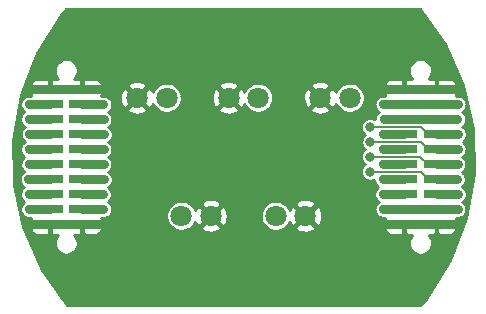
<source format=gbl>
G04 #@! TF.GenerationSoftware,KiCad,Pcbnew,no-vcs-found-d3b382c~59~ubuntu16.04.1*
G04 #@! TF.CreationDate,2017-07-25T02:28:45+01:00*
G04 #@! TF.ProjectId,breakout,627265616B6F75742E6B696361645F70,rev?*
G04 #@! TF.SameCoordinates,Original
G04 #@! TF.FileFunction,Copper,L2,Bot,Signal*
G04 #@! TF.FilePolarity,Positive*
%FSLAX46Y46*%
G04 Gerber Fmt 4.6, Leading zero omitted, Abs format (unit mm)*
G04 Created by KiCad (PCBNEW no-vcs-found-d3b382c~59~ubuntu16.04.1) date Tue Jul 25 02:28:45 2017*
%MOMM*%
%LPD*%
G01*
G04 APERTURE LIST*
%ADD10C,1.800000*%
%ADD11R,2.220000X0.740000*%
%ADD12C,0.700000*%
%ADD13C,0.800000*%
%ADD14C,0.740000*%
%ADD15C,0.200000*%
%ADD16C,0.250000*%
G04 APERTURE END LIST*
D10*
X102750000Y-105000000D03*
X105250000Y-105000000D03*
X97250000Y-105000000D03*
X94750000Y-105000000D03*
X101250000Y-95000000D03*
X98750000Y-95000000D03*
X91000000Y-95000000D03*
X93500000Y-95000000D03*
X109000000Y-95000000D03*
X106500000Y-95000000D03*
D11*
X86365000Y-105715000D03*
X83635000Y-105715000D03*
X86365000Y-104445000D03*
X83635000Y-104445000D03*
X86365000Y-103175000D03*
X83635000Y-103175000D03*
X86365000Y-101905000D03*
X83635000Y-101905000D03*
X86365000Y-100635000D03*
X83635000Y-100635000D03*
X86365000Y-99365000D03*
X83635000Y-99365000D03*
X86365000Y-98095000D03*
X83635000Y-98095000D03*
X86365000Y-96825000D03*
X83635000Y-96825000D03*
X86365000Y-95555000D03*
X83635000Y-95555000D03*
X86365000Y-94285000D03*
X83635000Y-94285000D03*
X116365000Y-105715000D03*
X113635000Y-105715000D03*
X116365000Y-104445000D03*
X113635000Y-104445000D03*
X116365000Y-103175000D03*
X113635000Y-103175000D03*
X116365000Y-101905000D03*
X113635000Y-101905000D03*
X116365000Y-100635000D03*
X113635000Y-100635000D03*
X116365000Y-99365000D03*
X113635000Y-99365000D03*
X116365000Y-98095000D03*
X113635000Y-98095000D03*
X116365000Y-96825000D03*
X113635000Y-96825000D03*
X116365000Y-95555000D03*
X113635000Y-95555000D03*
X116365000Y-94285000D03*
X113635000Y-94285000D03*
D12*
X118185000Y-105715000D03*
X118185000Y-94285000D03*
X111815000Y-94285000D03*
X111815000Y-105715000D03*
X88185000Y-94285000D03*
X88185000Y-105715000D03*
X81815000Y-105715000D03*
X81815000Y-94285000D03*
X81845000Y-95555000D03*
X88155000Y-95555000D03*
X81825000Y-96825000D03*
X88175000Y-96825000D03*
X81895000Y-98095000D03*
X81835000Y-99365000D03*
X88165000Y-99365000D03*
X88165000Y-100635000D03*
X81805000Y-101905000D03*
X88195000Y-101905000D03*
X81825000Y-103175000D03*
X88125000Y-103175000D03*
X81845000Y-104445000D03*
X88155000Y-104445000D03*
X118155000Y-95555000D03*
X111845000Y-95555000D03*
X118125000Y-96825000D03*
X111875000Y-96825000D03*
X111805000Y-98095000D03*
D13*
X110725010Y-97474990D03*
D12*
X118195000Y-98095000D03*
X111865000Y-99365000D03*
D13*
X110755001Y-98744999D03*
D12*
X118165000Y-99365000D03*
X111835000Y-100635000D03*
D13*
X110714990Y-99985010D03*
D12*
X118135000Y-100635000D03*
X111805000Y-101905000D03*
D13*
X110744990Y-101255010D03*
D12*
X118105000Y-101905000D03*
X111825000Y-103175000D03*
X118175000Y-103175000D03*
X118145000Y-104445000D03*
X111845000Y-104445000D03*
X88195000Y-98095000D03*
X81865000Y-100635000D03*
D14*
X113635000Y-105715000D02*
X111815000Y-105715000D01*
X116365000Y-105715000D02*
X113635000Y-105715000D01*
X118185000Y-105715000D02*
X116365000Y-105715000D01*
X116365000Y-94285000D02*
X118185000Y-94285000D01*
X113635000Y-94285000D02*
X116365000Y-94285000D01*
X111815000Y-94285000D02*
X113635000Y-94285000D01*
X88185000Y-105715000D02*
X81815000Y-105715000D01*
X86365000Y-94285000D02*
X88185000Y-94285000D01*
X83635000Y-94285000D02*
X86365000Y-94285000D01*
X83635000Y-94285000D02*
X81815000Y-94285000D01*
X83635000Y-95555000D02*
X81845000Y-95555000D01*
X88155000Y-95555000D02*
X86365000Y-95555000D01*
X81825000Y-96825000D02*
X83635000Y-96825000D01*
X86365000Y-96825000D02*
X88175000Y-96825000D01*
X81895000Y-98095000D02*
X83635000Y-98095000D01*
X81835000Y-99365000D02*
X83635000Y-99365000D01*
X86365000Y-99365000D02*
X88165000Y-99365000D01*
X86365000Y-100635000D02*
X88165000Y-100635000D01*
X81805000Y-101905000D02*
X83635000Y-101905000D01*
X86365000Y-101905000D02*
X88195000Y-101905000D01*
X81825000Y-103175000D02*
X83635000Y-103175000D01*
X86365000Y-103175000D02*
X88125000Y-103175000D01*
X81845000Y-104445000D02*
X83635000Y-104445000D01*
X86365000Y-104445000D02*
X88155000Y-104445000D01*
X113635000Y-95555000D02*
X116365000Y-95555000D01*
X111845000Y-95555000D02*
X113635000Y-95555000D01*
X118155000Y-95555000D02*
X116365000Y-95555000D01*
X113635000Y-96825000D02*
X116365000Y-96825000D01*
X116365000Y-96825000D02*
X118125000Y-96825000D01*
X111875000Y-96825000D02*
X113635000Y-96825000D01*
X113635000Y-98095000D02*
X111805000Y-98095000D01*
D15*
X113891816Y-97474990D02*
X110725010Y-97474990D01*
X113891825Y-97474999D02*
X113891816Y-97474990D01*
X116365000Y-98095000D02*
X115645000Y-98095000D01*
X115645000Y-98095000D02*
X115024999Y-97474999D01*
X115024999Y-97474999D02*
X113891825Y-97474999D01*
D14*
X118195000Y-98095000D02*
X116365000Y-98095000D01*
X111865000Y-99365000D02*
X113635000Y-99365000D01*
D15*
X115044999Y-98744999D02*
X110755001Y-98744999D01*
X115665000Y-99365000D02*
X115044999Y-98744999D01*
X116365000Y-99365000D02*
X115665000Y-99365000D01*
D14*
X116365000Y-99365000D02*
X118165000Y-99365000D01*
X113635000Y-100635000D02*
X111835000Y-100635000D01*
D15*
X114985010Y-99985010D02*
X110714990Y-99985010D01*
X115635000Y-100635000D02*
X114985010Y-99985010D01*
X116365000Y-100635000D02*
X115635000Y-100635000D01*
D14*
X118135000Y-100635000D02*
X116365000Y-100635000D01*
X111805000Y-101905000D02*
X113635000Y-101905000D01*
D15*
X115005010Y-101255010D02*
X110744990Y-101255010D01*
X115655000Y-101905000D02*
X115005010Y-101255010D01*
X116365000Y-101905000D02*
X115655000Y-101905000D01*
D14*
X116365000Y-101905000D02*
X118105000Y-101905000D01*
X113635000Y-103175000D02*
X111825000Y-103175000D01*
X118175000Y-103175000D02*
X116365000Y-103175000D01*
X113635000Y-104445000D02*
X116365000Y-104445000D01*
X116365000Y-104445000D02*
X118145000Y-104445000D01*
X111845000Y-104445000D02*
X113635000Y-104445000D01*
X88195000Y-98095000D02*
X86365000Y-98095000D01*
X83635000Y-100635000D02*
X81865000Y-100635000D01*
D16*
X85013675Y-87450000D02*
X114965441Y-87450000D01*
X84819974Y-87687500D02*
X115131364Y-87687500D01*
X84626274Y-87925000D02*
X115297288Y-87925000D01*
X84464793Y-88162500D02*
X115463212Y-88162500D01*
X84314879Y-88400000D02*
X115629135Y-88400000D01*
X84164965Y-88637500D02*
X115795059Y-88637500D01*
X84015051Y-88875000D02*
X115960983Y-88875000D01*
X83865137Y-89112500D02*
X116126906Y-89112500D01*
X83715222Y-89350000D02*
X116292830Y-89350000D01*
X83565308Y-89587500D02*
X116458754Y-89587500D01*
X83415394Y-89825000D02*
X116624677Y-89825000D01*
X83265480Y-90062500D02*
X116790601Y-90062500D01*
X83115566Y-90300000D02*
X116956525Y-90300000D01*
X82965652Y-90537500D02*
X117092421Y-90537500D01*
X82815738Y-90775000D02*
X117196870Y-90775000D01*
X82665824Y-91012500D02*
X117301319Y-91012500D01*
X82521258Y-91250000D02*
X117405767Y-91250000D01*
X82429801Y-91487500D02*
X117510216Y-91487500D01*
X82338344Y-91725000D02*
X84881400Y-91725000D01*
X85123605Y-91725000D02*
X114881400Y-91725000D01*
X115123605Y-91725000D02*
X117614665Y-91725000D01*
X82246886Y-91962500D02*
X84354417Y-91962500D01*
X85646727Y-91962500D02*
X114354417Y-91962500D01*
X115646727Y-91962500D02*
X117719114Y-91962500D01*
X82155429Y-92200000D02*
X84157227Y-92200000D01*
X85841753Y-92200000D02*
X114157227Y-92200000D01*
X115841753Y-92200000D02*
X117823563Y-92200000D01*
X82063972Y-92437500D02*
X84057909Y-92437500D01*
X85942986Y-92437500D02*
X114057909Y-92437500D01*
X115942986Y-92437500D02*
X117928011Y-92437500D01*
X81972514Y-92675000D02*
X84025143Y-92675000D01*
X85973986Y-92675000D02*
X114025143Y-92675000D01*
X115973986Y-92675000D02*
X118032460Y-92675000D01*
X81881057Y-92912500D02*
X84048590Y-92912500D01*
X85950475Y-92912500D02*
X114048590Y-92912500D01*
X115950475Y-92912500D02*
X118136909Y-92912500D01*
X81789600Y-93150000D02*
X84133245Y-93150000D01*
X85864737Y-93150000D02*
X114133245Y-93150000D01*
X115864737Y-93150000D02*
X118241358Y-93150000D01*
X81698142Y-93387500D02*
X84313270Y-93387500D01*
X85686688Y-93387500D02*
X114313270Y-93387500D01*
X115686688Y-93387500D02*
X118345806Y-93387500D01*
X81606685Y-93625000D02*
X82087360Y-93625000D01*
X83560000Y-93625000D02*
X83710000Y-93625000D01*
X86290000Y-93625000D02*
X86440000Y-93625000D01*
X87912641Y-93625000D02*
X90621692Y-93625000D01*
X91374800Y-93625000D02*
X98371692Y-93625000D01*
X99124800Y-93625000D02*
X106121692Y-93625000D01*
X106874800Y-93625000D02*
X112087360Y-93625000D01*
X113560000Y-93625000D02*
X113710000Y-93625000D01*
X116290000Y-93625000D02*
X116440000Y-93625000D01*
X117912641Y-93625000D02*
X118450255Y-93625000D01*
X81515227Y-93862500D02*
X82000158Y-93862500D01*
X83560000Y-93862500D02*
X83710000Y-93862500D01*
X86290000Y-93862500D02*
X86440000Y-93862500D01*
X87999843Y-93862500D02*
X90196632Y-93862500D01*
X91803369Y-93862500D02*
X92911694Y-93862500D01*
X94084325Y-93862500D02*
X97946632Y-93862500D01*
X99553369Y-93862500D02*
X100661694Y-93862500D01*
X101834325Y-93862500D02*
X105696632Y-93862500D01*
X107303369Y-93862500D02*
X108411694Y-93862500D01*
X109584325Y-93862500D02*
X112000158Y-93862500D01*
X113560000Y-93862500D02*
X113710000Y-93862500D01*
X116290000Y-93862500D02*
X116440000Y-93862500D01*
X117999843Y-93862500D02*
X118554704Y-93862500D01*
X81423770Y-94100000D02*
X82021250Y-94100000D01*
X83560000Y-94100000D02*
X83710000Y-94100000D01*
X86290000Y-94100000D02*
X86440000Y-94100000D01*
X87978750Y-94100000D02*
X90206066Y-94100000D01*
X91793934Y-94100000D02*
X92596667Y-94100000D01*
X94403200Y-94100000D02*
X97956066Y-94100000D01*
X99543934Y-94100000D02*
X100346667Y-94100000D01*
X102153200Y-94100000D02*
X105706066Y-94100000D01*
X107293934Y-94100000D02*
X108096667Y-94100000D01*
X109903200Y-94100000D02*
X112021250Y-94100000D01*
X113560000Y-94100000D02*
X113710000Y-94100000D01*
X116290000Y-94100000D02*
X116440000Y-94100000D01*
X117978750Y-94100000D02*
X118618708Y-94100000D01*
X81332313Y-94337500D02*
X89738340Y-94337500D01*
X90231434Y-94337500D02*
X90443566Y-94337500D01*
X91556434Y-94337500D02*
X91768566Y-94337500D01*
X92263627Y-94337500D02*
X92408316Y-94337500D01*
X94590659Y-94337500D02*
X97488340Y-94337500D01*
X97981434Y-94337500D02*
X98193566Y-94337500D01*
X99306434Y-94337500D02*
X99518566Y-94337500D01*
X100013627Y-94337500D02*
X100158316Y-94337500D01*
X102340659Y-94337500D02*
X105238340Y-94337500D01*
X105731434Y-94337500D02*
X105943566Y-94337500D01*
X107056434Y-94337500D02*
X107268566Y-94337500D01*
X107763627Y-94337500D02*
X107908316Y-94337500D01*
X110090659Y-94337500D02*
X118671531Y-94337500D01*
X81240856Y-94575000D02*
X82000000Y-94575000D01*
X88000000Y-94575000D02*
X89639512Y-94575000D01*
X90468934Y-94575000D02*
X90681066Y-94575000D01*
X91318934Y-94575000D02*
X91531066Y-94575000D01*
X94703942Y-94575000D02*
X97389512Y-94575000D01*
X98218934Y-94575000D02*
X98431066Y-94575000D01*
X99068934Y-94575000D02*
X99281066Y-94575000D01*
X102453942Y-94575000D02*
X105139512Y-94575000D01*
X105968934Y-94575000D02*
X106181066Y-94575000D01*
X106818934Y-94575000D02*
X107031066Y-94575000D01*
X110203942Y-94575000D02*
X112000000Y-94575000D01*
X118000000Y-94575000D02*
X118724354Y-94575000D01*
X81154432Y-94812500D02*
X81819503Y-94812500D01*
X88187040Y-94812500D02*
X89585816Y-94812500D01*
X90706434Y-94812500D02*
X90918566Y-94812500D01*
X91081434Y-94812500D02*
X91293566Y-94812500D01*
X94762683Y-94812500D02*
X97335816Y-94812500D01*
X98456434Y-94812500D02*
X98668566Y-94812500D01*
X98831434Y-94812500D02*
X99043566Y-94812500D01*
X102512683Y-94812500D02*
X105085816Y-94812500D01*
X106206434Y-94812500D02*
X106418566Y-94812500D01*
X106581434Y-94812500D02*
X106793566Y-94812500D01*
X110262683Y-94812500D02*
X111819503Y-94812500D01*
X118187040Y-94812500D02*
X118777177Y-94812500D01*
X81113149Y-95050000D02*
X81300500Y-95050000D01*
X88700347Y-95050000D02*
X89571715Y-95050000D01*
X90843934Y-95050000D02*
X91156066Y-95050000D01*
X94772610Y-95050000D02*
X97321715Y-95050000D01*
X98593934Y-95050000D02*
X98906066Y-95050000D01*
X102522610Y-95050000D02*
X105071715Y-95050000D01*
X106343934Y-95050000D02*
X106656066Y-95050000D01*
X110272610Y-95050000D02*
X111300500Y-95050000D01*
X118700347Y-95050000D02*
X118830000Y-95050000D01*
X81071866Y-95287500D02*
X81151650Y-95287500D01*
X88849161Y-95287500D02*
X89598260Y-95287500D01*
X90606434Y-95287500D02*
X90818566Y-95287500D01*
X91181434Y-95287500D02*
X91393566Y-95287500D01*
X94742229Y-95287500D02*
X97348260Y-95287500D01*
X98356434Y-95287500D02*
X98568566Y-95287500D01*
X98931434Y-95287500D02*
X99143566Y-95287500D01*
X102492229Y-95287500D02*
X105098260Y-95287500D01*
X106106434Y-95287500D02*
X106318566Y-95287500D01*
X106681434Y-95287500D02*
X106893566Y-95287500D01*
X110242229Y-95287500D02*
X111151650Y-95287500D01*
X118849161Y-95287500D02*
X118882822Y-95287500D01*
X81030583Y-95525000D02*
X81102625Y-95525000D01*
X88896779Y-95525000D02*
X89671610Y-95525000D01*
X90368934Y-95525000D02*
X90581066Y-95525000D01*
X91418934Y-95525000D02*
X91631066Y-95525000D01*
X92331582Y-95525000D02*
X92336505Y-95525000D01*
X94661976Y-95525000D02*
X97421610Y-95525000D01*
X98118934Y-95525000D02*
X98331066Y-95525000D01*
X99168934Y-95525000D02*
X99381066Y-95525000D01*
X100081582Y-95525000D02*
X100086505Y-95525000D01*
X102411976Y-95525000D02*
X105171610Y-95525000D01*
X105868934Y-95525000D02*
X106081066Y-95525000D01*
X106918934Y-95525000D02*
X107131066Y-95525000D01*
X107831582Y-95525000D02*
X107836505Y-95525000D01*
X110161976Y-95525000D02*
X111102625Y-95525000D01*
X118896779Y-95525000D02*
X118935645Y-95525000D01*
X80989300Y-95762500D02*
X81133180Y-95762500D01*
X88866923Y-95762500D02*
X89789823Y-95762500D01*
X90131434Y-95762500D02*
X90343566Y-95762500D01*
X91656434Y-95762500D02*
X91868566Y-95762500D01*
X92209885Y-95762500D02*
X92474498Y-95762500D01*
X94522493Y-95762500D02*
X97539823Y-95762500D01*
X97881434Y-95762500D02*
X98093566Y-95762500D01*
X99406434Y-95762500D02*
X99618566Y-95762500D01*
X99959885Y-95762500D02*
X100224498Y-95762500D01*
X102272493Y-95762500D02*
X105289823Y-95762500D01*
X105631434Y-95762500D02*
X105843566Y-95762500D01*
X107156434Y-95762500D02*
X107368566Y-95762500D01*
X107709885Y-95762500D02*
X107974498Y-95762500D01*
X110022493Y-95762500D02*
X111133180Y-95762500D01*
X118866923Y-95762500D02*
X118988468Y-95762500D01*
X80948016Y-96000000D02*
X81251412Y-96000000D01*
X88749137Y-96000000D02*
X90145564Y-96000000D01*
X91854435Y-96000000D02*
X92704670Y-96000000D01*
X94298820Y-96000000D02*
X97895564Y-96000000D01*
X99604435Y-96000000D02*
X100454670Y-96000000D01*
X102048820Y-96000000D02*
X105645564Y-96000000D01*
X107354435Y-96000000D02*
X108204670Y-96000000D01*
X109798820Y-96000000D02*
X111251412Y-96000000D01*
X118749137Y-96000000D02*
X119041291Y-96000000D01*
X80906733Y-96237500D02*
X81372230Y-96237500D01*
X88628328Y-96237500D02*
X90290835Y-96237500D01*
X91711380Y-96237500D02*
X93190677Y-96237500D01*
X93824535Y-96237500D02*
X98040835Y-96237500D01*
X99461380Y-96237500D02*
X100940677Y-96237500D01*
X101574535Y-96237500D02*
X105790835Y-96237500D01*
X107211380Y-96237500D02*
X108690677Y-96237500D01*
X109324535Y-96237500D02*
X111422230Y-96237500D01*
X118578328Y-96237500D02*
X119094113Y-96237500D01*
X80865450Y-96475000D02*
X81171358Y-96475000D01*
X88828677Y-96475000D02*
X111221358Y-96475000D01*
X118778677Y-96475000D02*
X119146936Y-96475000D01*
X80824167Y-96712500D02*
X81091296Y-96712500D01*
X88909271Y-96712500D02*
X110585993Y-96712500D01*
X110864842Y-96712500D02*
X111141296Y-96712500D01*
X118859271Y-96712500D02*
X119199759Y-96712500D01*
X80782884Y-96950000D02*
X81091867Y-96950000D01*
X88907390Y-96950000D02*
X110153389Y-96950000D01*
X118857390Y-96950000D02*
X119252582Y-96950000D01*
X80741601Y-97187500D02*
X81177858Y-97187500D01*
X88821884Y-97187500D02*
X110005009Y-97187500D01*
X118771884Y-97187500D02*
X119305404Y-97187500D01*
X80700318Y-97425000D02*
X81386569Y-97425000D01*
X88612444Y-97425000D02*
X109950599Y-97425000D01*
X118562444Y-97425000D02*
X119358227Y-97425000D01*
X80659035Y-97662500D02*
X81290522Y-97662500D01*
X88798639Y-97662500D02*
X109971445Y-97662500D01*
X118798639Y-97662500D02*
X119406214Y-97662500D01*
X80617751Y-97900000D02*
X81179207Y-97900000D01*
X88910499Y-97900000D02*
X110076873Y-97900000D01*
X118910499Y-97900000D02*
X119411766Y-97900000D01*
X80576468Y-98137500D02*
X81154359Y-98137500D01*
X88936061Y-98137500D02*
X110267935Y-98137500D01*
X118936061Y-98137500D02*
X119417319Y-98137500D01*
X80535185Y-98375000D02*
X81204727Y-98375000D01*
X88884480Y-98375000D02*
X110070363Y-98375000D01*
X118884480Y-98375000D02*
X119422871Y-98375000D01*
X80506706Y-98612500D02*
X81359703Y-98612500D01*
X88729159Y-98612500D02*
X109990817Y-98612500D01*
X118729159Y-98612500D02*
X119428423Y-98612500D01*
X80512258Y-98850000D02*
X81298773Y-98850000D01*
X88702307Y-98850000D02*
X109986293Y-98850000D01*
X118702307Y-98850000D02*
X119433975Y-98850000D01*
X80517810Y-99087500D02*
X81144746Y-99087500D01*
X88856218Y-99087500D02*
X110057037Y-99087500D01*
X118856218Y-99087500D02*
X119439527Y-99087500D01*
X80523362Y-99325000D02*
X81093676Y-99325000D01*
X88905869Y-99325000D02*
X110237678Y-99325000D01*
X118905869Y-99325000D02*
X119445079Y-99325000D01*
X80528914Y-99562500D02*
X81120237Y-99562500D01*
X88880019Y-99562500D02*
X110064984Y-99562500D01*
X118880019Y-99562500D02*
X119450631Y-99562500D01*
X80534466Y-99800000D02*
X81233371Y-99800000D01*
X88767410Y-99800000D02*
X109961968Y-99800000D01*
X118767410Y-99800000D02*
X119456183Y-99800000D01*
X80540019Y-100037500D02*
X81424491Y-100037500D01*
X88606411Y-100037500D02*
X109939148Y-100037500D01*
X118576410Y-100037500D02*
X119461735Y-100037500D01*
X80545571Y-100275000D02*
X81216765Y-100275000D01*
X88813449Y-100275000D02*
X109996235Y-100275000D01*
X118783449Y-100275000D02*
X119467287Y-100275000D01*
X80551123Y-100512500D02*
X81132347Y-100512500D01*
X88898361Y-100512500D02*
X110146958Y-100512500D01*
X118868361Y-100512500D02*
X119472839Y-100512500D01*
X80556675Y-100750000D02*
X81130957Y-100750000D01*
X88898441Y-100750000D02*
X110152966Y-100750000D01*
X118868441Y-100750000D02*
X119478391Y-100750000D01*
X80562227Y-100987500D02*
X81212630Y-100987500D01*
X88817291Y-100987500D02*
X110016425Y-100987500D01*
X118787291Y-100987500D02*
X119483943Y-100987500D01*
X80567779Y-101225000D02*
X81414651Y-101225000D01*
X88614705Y-101225000D02*
X109970300Y-101225000D01*
X118584705Y-101225000D02*
X119489495Y-101225000D01*
X80573331Y-101462500D02*
X81208795Y-101462500D01*
X88790598Y-101462500D02*
X109995092Y-101462500D01*
X118700598Y-101462500D02*
X119493061Y-101462500D01*
X80578883Y-101700000D02*
X81092303Y-101700000D01*
X88907556Y-101700000D02*
X110109729Y-101700000D01*
X118817556Y-101700000D02*
X119451778Y-101700000D01*
X80584435Y-101937500D02*
X81063449Y-101937500D01*
X88937112Y-101937500D02*
X110371253Y-101937500D01*
X118847112Y-101937500D02*
X119410495Y-101937500D01*
X80589987Y-102175000D02*
X81111575Y-102175000D01*
X88887576Y-102175000D02*
X111111575Y-102175000D01*
X118797576Y-102175000D02*
X119369212Y-102175000D01*
X80605631Y-102412500D02*
X81261663Y-102412500D01*
X88737432Y-102412500D02*
X111261663Y-102412500D01*
X118647432Y-102412500D02*
X119327929Y-102412500D01*
X80658454Y-102650000D02*
X81297045Y-102650000D01*
X88652812Y-102650000D02*
X111297045Y-102650000D01*
X118702812Y-102650000D02*
X119286645Y-102650000D01*
X80711277Y-102887500D02*
X81137841Y-102887500D01*
X88811352Y-102887500D02*
X111137841Y-102887500D01*
X118861352Y-102887500D02*
X119245362Y-102887500D01*
X80764099Y-103125000D02*
X81084727Y-103125000D01*
X88864959Y-103125000D02*
X111084727Y-103125000D01*
X118914959Y-103125000D02*
X119204079Y-103125000D01*
X80816922Y-103362500D02*
X81107294Y-103362500D01*
X88843114Y-103362500D02*
X111107294Y-103362500D01*
X118893114Y-103362500D02*
X119162796Y-103362500D01*
X80869745Y-103600000D02*
X81215331Y-103600000D01*
X88735683Y-103600000D02*
X96950370Y-103600000D01*
X97538314Y-103600000D02*
X104950370Y-103600000D01*
X105538314Y-103600000D02*
X111215331Y-103600000D01*
X118785683Y-103600000D02*
X119121513Y-103600000D01*
X80922568Y-103837500D02*
X81416752Y-103837500D01*
X88584493Y-103837500D02*
X94223572Y-103837500D01*
X95274852Y-103837500D02*
X96455916Y-103837500D01*
X98044085Y-103837500D02*
X102223572Y-103837500D01*
X103274852Y-103837500D02*
X104455916Y-103837500D01*
X106044085Y-103837500D02*
X111416752Y-103837500D01*
X118574493Y-103837500D02*
X119080229Y-103837500D01*
X80975391Y-104075000D02*
X81202172Y-104075000D01*
X88798222Y-104075000D02*
X93872197Y-104075000D01*
X95628374Y-104075000D02*
X96431066Y-104075000D01*
X98068934Y-104075000D02*
X101872197Y-104075000D01*
X103628374Y-104075000D02*
X104431066Y-104075000D01*
X106068934Y-104075000D02*
X111202172Y-104075000D01*
X118788222Y-104075000D02*
X119038946Y-104075000D01*
X81028213Y-104312500D02*
X81113398Y-104312500D01*
X88887451Y-104312500D02*
X93675434Y-104312500D01*
X95824049Y-104312500D02*
X96001284Y-104312500D01*
X96456434Y-104312500D02*
X96668566Y-104312500D01*
X97831434Y-104312500D02*
X98043566Y-104312500D01*
X98500265Y-104312500D02*
X101675434Y-104312500D01*
X103824049Y-104312500D02*
X104001284Y-104312500D01*
X104456434Y-104312500D02*
X104668566Y-104312500D01*
X105831434Y-104312500D02*
X106043566Y-104312500D01*
X106500265Y-104312500D02*
X111113398Y-104312500D01*
X118877451Y-104312500D02*
X118997663Y-104312500D01*
X81081036Y-104550000D02*
X81110047Y-104550000D01*
X88889492Y-104550000D02*
X93555638Y-104550000D01*
X96693934Y-104550000D02*
X96906066Y-104550000D01*
X97593934Y-104550000D02*
X97806066Y-104550000D01*
X98602221Y-104550000D02*
X101555638Y-104550000D01*
X104693934Y-104550000D02*
X104906066Y-104550000D01*
X105593934Y-104550000D02*
X105806066Y-104550000D01*
X106602221Y-104550000D02*
X111110047Y-104550000D01*
X118879492Y-104550000D02*
X118956380Y-104550000D01*
X81133859Y-104787500D02*
X81187402Y-104787500D01*
X88812698Y-104787500D02*
X93491629Y-104787500D01*
X96931434Y-104787500D02*
X97143566Y-104787500D01*
X97356434Y-104787500D02*
X97568566Y-104787500D01*
X98660123Y-104787500D02*
X101491629Y-104787500D01*
X104931434Y-104787500D02*
X105143566Y-104787500D01*
X105356434Y-104787500D02*
X105568566Y-104787500D01*
X106660123Y-104787500D02*
X111187402Y-104787500D01*
X118802698Y-104787500D02*
X118915097Y-104787500D01*
X81186682Y-105025000D02*
X81382734Y-105025000D01*
X88616966Y-105025000D02*
X93474472Y-105025000D01*
X97118934Y-105025000D02*
X97381066Y-105025000D01*
X98678036Y-105025000D02*
X101474472Y-105025000D01*
X105118934Y-105025000D02*
X105381066Y-105025000D01*
X106678036Y-105025000D02*
X111382734Y-105025000D01*
X118606966Y-105025000D02*
X118873814Y-105025000D01*
X81239505Y-105262500D02*
X82006125Y-105262500D01*
X87993876Y-105262500D02*
X93501825Y-105262500D01*
X96881434Y-105262500D02*
X97093566Y-105262500D01*
X97406434Y-105262500D02*
X97618566Y-105262500D01*
X98657461Y-105262500D02*
X101501825Y-105262500D01*
X104881434Y-105262500D02*
X105093566Y-105262500D01*
X105406434Y-105262500D02*
X105618566Y-105262500D01*
X106657461Y-105262500D02*
X112006125Y-105262500D01*
X117993876Y-105262500D02*
X118821720Y-105262500D01*
X81292328Y-105500000D02*
X82000000Y-105500000D01*
X88000000Y-105500000D02*
X93576607Y-105500000D01*
X96643934Y-105500000D02*
X96856066Y-105500000D01*
X97643934Y-105500000D02*
X97856066Y-105500000D01*
X98588809Y-105500000D02*
X101576607Y-105500000D01*
X104643934Y-105500000D02*
X104856066Y-105500000D01*
X105643934Y-105500000D02*
X105856066Y-105500000D01*
X106588809Y-105500000D02*
X112000000Y-105500000D01*
X118000000Y-105500000D02*
X118730262Y-105500000D01*
X81345150Y-105737500D02*
X93708387Y-105737500D01*
X95790128Y-105737500D02*
X96026461Y-105737500D01*
X96406434Y-105737500D02*
X96618566Y-105737500D01*
X97881434Y-105737500D02*
X98093566Y-105737500D01*
X98472829Y-105737500D02*
X101708387Y-105737500D01*
X103790128Y-105737500D02*
X104026461Y-105737500D01*
X104406434Y-105737500D02*
X104618566Y-105737500D01*
X105881434Y-105737500D02*
X106093566Y-105737500D01*
X106472829Y-105737500D02*
X118638805Y-105737500D01*
X81397973Y-105975000D02*
X82000000Y-105975000D01*
X83560000Y-105975000D02*
X83710000Y-105975000D01*
X86290000Y-105975000D02*
X86440000Y-105975000D01*
X88000000Y-105975000D02*
X93919012Y-105975000D01*
X95575072Y-105975000D02*
X96386280Y-105975000D01*
X98113719Y-105975000D02*
X101919012Y-105975000D01*
X103575072Y-105975000D02*
X104386280Y-105975000D01*
X106113719Y-105975000D02*
X112000000Y-105975000D01*
X113560000Y-105975000D02*
X113710000Y-105975000D01*
X116290000Y-105975000D02*
X116440000Y-105975000D01*
X118000000Y-105975000D02*
X118547348Y-105975000D01*
X81478279Y-106212500D02*
X82015075Y-106212500D01*
X83560000Y-106212500D02*
X83710000Y-106212500D01*
X86290000Y-106212500D02*
X86440000Y-106212500D01*
X87984924Y-106212500D02*
X94340445Y-106212500D01*
X95149894Y-106212500D02*
X96492549Y-106212500D01*
X98008152Y-106212500D02*
X102340445Y-106212500D01*
X103149894Y-106212500D02*
X104492549Y-106212500D01*
X106008152Y-106212500D02*
X112015075Y-106212500D01*
X113560000Y-106212500D02*
X113710000Y-106212500D01*
X116290000Y-106212500D02*
X116440000Y-106212500D01*
X117984924Y-106212500D02*
X118455890Y-106212500D01*
X81582728Y-106450000D02*
X82147538Y-106450000D01*
X83560000Y-106450000D02*
X83710000Y-106450000D01*
X86290000Y-106450000D02*
X86440000Y-106450000D01*
X87852462Y-106450000D02*
X112147538Y-106450000D01*
X113560000Y-106450000D02*
X113710000Y-106450000D01*
X116290000Y-106450000D02*
X116440000Y-106450000D01*
X117852462Y-106450000D02*
X118364433Y-106450000D01*
X81687176Y-106687500D02*
X84241104Y-106687500D01*
X85760364Y-106687500D02*
X114241104Y-106687500D01*
X115760364Y-106687500D02*
X118272976Y-106687500D01*
X81791625Y-106925000D02*
X84102043Y-106925000D01*
X85897993Y-106925000D02*
X114102043Y-106925000D01*
X115897993Y-106925000D02*
X118181519Y-106925000D01*
X81896074Y-107162500D02*
X84033465Y-107162500D01*
X85965757Y-107162500D02*
X114033465Y-107162500D01*
X115965757Y-107162500D02*
X118090061Y-107162500D01*
X82000523Y-107400000D02*
X84026107Y-107400000D01*
X85972380Y-107400000D02*
X114026107Y-107400000D01*
X115972380Y-107400000D02*
X117998604Y-107400000D01*
X82104972Y-107637500D02*
X84082961Y-107637500D01*
X85919278Y-107637500D02*
X114082961Y-107637500D01*
X115919278Y-107637500D02*
X117907147Y-107637500D01*
X82209421Y-107875000D02*
X84207357Y-107875000D01*
X85791140Y-107875000D02*
X114207357Y-107875000D01*
X115791140Y-107875000D02*
X117815689Y-107875000D01*
X82313870Y-108112500D02*
X84453378Y-108112500D01*
X85547279Y-108112500D02*
X114453378Y-108112500D01*
X115547279Y-108112500D02*
X117724232Y-108112500D01*
X82418318Y-108350000D02*
X117632775Y-108350000D01*
X82522767Y-108587500D02*
X117541318Y-108587500D01*
X82627216Y-108825000D02*
X117436749Y-108825000D01*
X82731665Y-109062500D02*
X117286835Y-109062500D01*
X82836114Y-109300000D02*
X117136921Y-109300000D01*
X82940563Y-109537500D02*
X116987007Y-109537500D01*
X83095872Y-109775000D02*
X116837093Y-109775000D01*
X83261796Y-110012500D02*
X116687179Y-110012500D01*
X83427720Y-110250000D02*
X116537265Y-110250000D01*
X83593643Y-110487500D02*
X116387350Y-110487500D01*
X83759567Y-110725000D02*
X116237436Y-110725000D01*
X83925491Y-110962500D02*
X116087522Y-110962500D01*
X84091414Y-111200000D02*
X115937608Y-111200000D01*
X84257338Y-111437500D02*
X115787694Y-111437500D01*
X84423262Y-111675000D02*
X115637780Y-111675000D01*
X84589185Y-111912500D02*
X115487866Y-111912500D01*
X84755109Y-112150000D02*
X115312558Y-112150000D01*
X84921033Y-112387500D02*
X115118857Y-112387500D01*
X119494812Y-101452425D02*
X119494812Y-101452425D01*
X119257312Y-96971266D02*
X119257312Y-102818750D01*
X119019812Y-95903426D02*
X119019812Y-104185075D01*
X118782312Y-94835586D02*
X118782312Y-95154569D01*
X118782312Y-95953698D02*
X118782312Y-96481954D01*
X118782312Y-97168214D02*
X118782312Y-97642195D01*
X118782312Y-98548251D02*
X118782312Y-98949507D01*
X118782312Y-99781988D02*
X118782312Y-100272826D01*
X118782312Y-100996709D02*
X118782312Y-101600210D01*
X118782312Y-102211225D02*
X118782312Y-102747070D01*
X118782312Y-103604075D02*
X118782312Y-104063698D01*
X118782312Y-104825204D02*
X118782312Y-105364834D01*
X118544812Y-93840006D02*
X118544812Y-94923200D01*
X118544812Y-96187471D02*
X118544812Y-96209692D01*
X118544812Y-97439381D02*
X118544812Y-97441210D01*
X118544812Y-100002789D02*
X118544812Y-100014195D01*
X118544812Y-101256837D02*
X118544812Y-101306160D01*
X118544812Y-102503070D02*
X118544812Y-102532205D01*
X118544812Y-103818106D02*
X118544812Y-103818697D01*
X118544812Y-105072154D02*
X118544812Y-105981583D01*
X118307312Y-93299968D02*
X118307312Y-94825991D01*
X118307312Y-105170497D02*
X118307312Y-106598333D01*
X118069812Y-92759931D02*
X118069812Y-94810000D01*
X118069812Y-105190000D02*
X118069812Y-107215082D01*
X117832312Y-92219893D02*
X117832312Y-93529850D01*
X117832312Y-94210000D02*
X117832312Y-94360000D01*
X117832312Y-105640000D02*
X117832312Y-105790000D01*
X117832312Y-106470150D02*
X117832312Y-107831832D01*
X117594812Y-91679856D02*
X117594812Y-93403547D01*
X117594812Y-94210000D02*
X117594812Y-94360000D01*
X117594812Y-105640000D02*
X117594812Y-105790000D01*
X117594812Y-106596454D02*
X117594812Y-108448582D01*
X117357312Y-91139818D02*
X117357312Y-93390000D01*
X117357312Y-94210000D02*
X117357312Y-94360000D01*
X117357312Y-105640000D02*
X117357312Y-105790000D01*
X117357312Y-106610000D02*
X117357312Y-108950847D01*
X117119812Y-90599781D02*
X117119812Y-93390000D01*
X117119812Y-94210000D02*
X117119812Y-94360000D01*
X117119812Y-105640000D02*
X117119812Y-105790000D01*
X117119812Y-106610000D02*
X117119812Y-109327104D01*
X116882312Y-90193772D02*
X116882312Y-93390000D01*
X116882312Y-94210000D02*
X116882312Y-94360000D01*
X116882312Y-105640000D02*
X116882312Y-105790000D01*
X116882312Y-106610000D02*
X116882312Y-109703361D01*
X116644812Y-89853819D02*
X116644812Y-93390000D01*
X116644812Y-94210000D02*
X116644812Y-94360000D01*
X116644812Y-105640000D02*
X116644812Y-105790000D01*
X116644812Y-106610000D02*
X116644812Y-110079618D01*
X116407312Y-89513866D02*
X116407312Y-93521250D01*
X116407312Y-93521250D02*
X116407312Y-94380000D01*
X116407312Y-105620000D02*
X116407312Y-105790000D01*
X116407312Y-105790000D02*
X116407312Y-110455875D01*
X116169812Y-89173913D02*
X116169812Y-93401062D01*
X116169812Y-94210000D02*
X116169812Y-94360000D01*
X116169812Y-105640000D02*
X116169812Y-105790000D01*
X116169812Y-106598938D02*
X116169812Y-110832132D01*
X115932312Y-88833960D02*
X115932312Y-92398266D01*
X115932312Y-92992447D02*
X115932312Y-93390000D01*
X115932312Y-94210000D02*
X115932312Y-94360000D01*
X115932312Y-105640000D02*
X115932312Y-105790000D01*
X115932312Y-106610000D02*
X115932312Y-107008266D01*
X115932312Y-107602447D02*
X115932312Y-111208389D01*
X115694812Y-88494007D02*
X115694812Y-92010924D01*
X115694812Y-93379764D02*
X115694812Y-93390000D01*
X115694812Y-94210000D02*
X115694812Y-94360000D01*
X115694812Y-105640000D02*
X115694812Y-105790000D01*
X115694812Y-106610000D02*
X115694812Y-106620924D01*
X115694812Y-107989764D02*
X115694812Y-111584646D01*
X115457312Y-88154054D02*
X115457312Y-91829550D01*
X115457312Y-94210000D02*
X115457312Y-94360000D01*
X115457312Y-105640000D02*
X115457312Y-105790000D01*
X115457312Y-108169596D02*
X115457312Y-111960903D01*
X115219812Y-87814101D02*
X115219812Y-91744749D01*
X115219812Y-94210000D02*
X115219812Y-94360000D01*
X115219812Y-105640000D02*
X115219812Y-105790000D01*
X115219812Y-108256326D02*
X115219812Y-112263716D01*
X114982312Y-87474148D02*
X114982312Y-91719811D01*
X114982312Y-94210000D02*
X114982312Y-94360000D01*
X114982312Y-105640000D02*
X114982312Y-105790000D01*
X114982312Y-108279885D02*
X114982312Y-112550000D01*
X114744812Y-87450000D02*
X114744812Y-91751055D01*
X114744812Y-94210000D02*
X114744812Y-94360000D01*
X114744812Y-105640000D02*
X114744812Y-105790000D01*
X114744812Y-108247224D02*
X114744812Y-112550000D01*
X114507312Y-87450000D02*
X114507312Y-91852152D01*
X114507312Y-94210000D02*
X114507312Y-94360000D01*
X114507312Y-105640000D02*
X114507312Y-105790000D01*
X114507312Y-108149984D02*
X114507312Y-112550000D01*
X114269812Y-87450000D02*
X114269812Y-92045350D01*
X114269812Y-93342497D02*
X114269812Y-93390000D01*
X114269812Y-94210000D02*
X114269812Y-94360000D01*
X114269812Y-105640000D02*
X114269812Y-105790000D01*
X114269812Y-106610000D02*
X114269812Y-106655350D01*
X114269812Y-107952497D02*
X114269812Y-112550000D01*
X114032312Y-87450000D02*
X114032312Y-92557921D01*
X114032312Y-92823805D02*
X114032312Y-93390000D01*
X114032312Y-94210000D02*
X114032312Y-94360000D01*
X114032312Y-105640000D02*
X114032312Y-105790000D01*
X114032312Y-106610000D02*
X114032312Y-107167921D01*
X114032312Y-107433805D02*
X114032312Y-112550000D01*
X113794812Y-87450000D02*
X113794812Y-93436438D01*
X113794812Y-94210000D02*
X113794812Y-94360000D01*
X113794812Y-105640000D02*
X113794812Y-105790000D01*
X113794812Y-106563562D02*
X113794812Y-112550000D01*
X113557312Y-87450000D02*
X113557312Y-93518562D01*
X113557312Y-94210000D02*
X113557312Y-94360000D01*
X113557312Y-105640000D02*
X113557312Y-105790000D01*
X113557312Y-106481438D02*
X113557312Y-112550000D01*
X113319812Y-87450000D02*
X113319812Y-93390000D01*
X113319812Y-94210000D02*
X113319812Y-94360000D01*
X113319812Y-105640000D02*
X113319812Y-105790000D01*
X113319812Y-106610000D02*
X113319812Y-112550000D01*
X113082312Y-87450000D02*
X113082312Y-93390000D01*
X113082312Y-94210000D02*
X113082312Y-94360000D01*
X113082312Y-105640000D02*
X113082312Y-105790000D01*
X113082312Y-106610000D02*
X113082312Y-112550000D01*
X112844812Y-87450000D02*
X112844812Y-93390000D01*
X112844812Y-94210000D02*
X112844812Y-94360000D01*
X112844812Y-105640000D02*
X112844812Y-105790000D01*
X112844812Y-106610000D02*
X112844812Y-112550000D01*
X112607312Y-87450000D02*
X112607312Y-93390000D01*
X112607312Y-94210000D02*
X112607312Y-94360000D01*
X112607312Y-105640000D02*
X112607312Y-105790000D01*
X112607312Y-106610000D02*
X112607312Y-112550000D01*
X112369812Y-87450000D02*
X112369812Y-93411024D01*
X112369812Y-94210000D02*
X112369812Y-94360000D01*
X112369812Y-105640000D02*
X112369812Y-105790000D01*
X112369812Y-106588975D02*
X112369812Y-112550000D01*
X112132312Y-87450000D02*
X112132312Y-93565226D01*
X112132312Y-94210000D02*
X112132312Y-94360000D01*
X112132312Y-105640000D02*
X112132312Y-105790000D01*
X112132312Y-106434774D02*
X112132312Y-112550000D01*
X111894812Y-87450000D02*
X111894812Y-93863292D01*
X111894812Y-93863292D02*
X111894812Y-94810000D01*
X111894812Y-105190000D02*
X111894812Y-105921250D01*
X111894812Y-105921250D02*
X111894812Y-112550000D01*
X111657312Y-87450000D02*
X111657312Y-93863292D01*
X111657312Y-93863292D02*
X111657312Y-94837165D01*
X111657312Y-105163317D02*
X111657312Y-105921250D01*
X111657312Y-105921250D02*
X111657312Y-112550000D01*
X111419812Y-87450000D02*
X111419812Y-93863292D01*
X111419812Y-93863292D02*
X111419812Y-94945004D01*
X111419812Y-96166111D02*
X111419812Y-96239471D01*
X111419812Y-102539343D02*
X111419812Y-102550704D01*
X111419812Y-103798347D02*
X111419812Y-103835004D01*
X111419812Y-105056111D02*
X111419812Y-105921250D01*
X111419812Y-105921250D02*
X111419812Y-112550000D01*
X111182312Y-87450000D02*
X111182312Y-93863292D01*
X111182312Y-93863292D02*
X111182312Y-95221728D01*
X111182312Y-95887763D02*
X111182312Y-96555360D01*
X111182312Y-102313806D02*
X111182312Y-102804739D01*
X111182312Y-103546019D02*
X111182312Y-104111728D01*
X111182312Y-104777763D02*
X111182312Y-105921250D01*
X111182312Y-105921250D02*
X111182312Y-112550000D01*
X110944812Y-87450000D02*
X110944812Y-93863292D01*
X110944812Y-93863292D02*
X110944812Y-96728916D01*
X110944812Y-102006766D02*
X110944812Y-105921250D01*
X110944812Y-105921250D02*
X110944812Y-112550000D01*
X110707312Y-87450000D02*
X110707312Y-93863292D01*
X110707312Y-93863292D02*
X110707312Y-96699815D01*
X110707312Y-102029424D02*
X110707312Y-105921250D01*
X110707312Y-105921250D02*
X110707312Y-112550000D01*
X110469812Y-87450000D02*
X110469812Y-93863292D01*
X110469812Y-93863292D02*
X110469812Y-96742196D01*
X110469812Y-101980558D02*
X110469812Y-105921250D01*
X110469812Y-105921250D02*
X110469812Y-112550000D01*
X110232312Y-87450000D02*
X110232312Y-93863292D01*
X110232312Y-93863292D02*
X110232312Y-94659115D01*
X110232312Y-95331155D02*
X110232312Y-96872712D01*
X110232312Y-98076395D02*
X110232312Y-98172091D01*
X110232312Y-99319442D02*
X110232312Y-99374639D01*
X110232312Y-100593379D02*
X110232312Y-100672298D01*
X110232312Y-101839820D02*
X110232312Y-105921250D01*
X110232312Y-105921250D02*
X110232312Y-112550000D01*
X109994812Y-87450000D02*
X109994812Y-93863292D01*
X109994812Y-93863292D02*
X109994812Y-94193240D01*
X109994812Y-95801741D02*
X109994812Y-97211289D01*
X109994812Y-97736077D02*
X109994812Y-98593702D01*
X109994812Y-98896415D02*
X109994812Y-99697931D01*
X109994812Y-100271405D02*
X109994812Y-101056615D01*
X109994812Y-101460972D02*
X109994812Y-105921250D01*
X109994812Y-105921250D02*
X109994812Y-112550000D01*
X109757312Y-87450000D02*
X109757312Y-93863292D01*
X109757312Y-93863292D02*
X109757312Y-93972820D01*
X109757312Y-96029537D02*
X109757312Y-100050174D01*
X109757312Y-100050174D02*
X109757312Y-105921250D01*
X109757312Y-105921250D02*
X109757312Y-112550000D01*
X109519812Y-87450000D02*
X109519812Y-93835382D01*
X109519812Y-96165988D02*
X109519812Y-100050174D01*
X109519812Y-100050174D02*
X109519812Y-105921250D01*
X109519812Y-105921250D02*
X109519812Y-112550000D01*
X109282312Y-87450000D02*
X109282312Y-93756310D01*
X109282312Y-96244946D02*
X109282312Y-100050174D01*
X109282312Y-100050174D02*
X109282312Y-105921250D01*
X109282312Y-105921250D02*
X109282312Y-112550000D01*
X109044812Y-87450000D02*
X109044812Y-93725228D01*
X109044812Y-96276272D02*
X109044812Y-100050174D01*
X109044812Y-100050174D02*
X109044812Y-105921250D01*
X109044812Y-105921250D02*
X109044812Y-112550000D01*
X108807312Y-87450000D02*
X108807312Y-93738710D01*
X108807312Y-96263144D02*
X108807312Y-100050174D01*
X108807312Y-100050174D02*
X108807312Y-105921250D01*
X108807312Y-105921250D02*
X108807312Y-112550000D01*
X108569812Y-87450000D02*
X108569812Y-93798616D01*
X108569812Y-96203485D02*
X108569812Y-100050174D01*
X108569812Y-100050174D02*
X108569812Y-105921250D01*
X108569812Y-105921250D02*
X108569812Y-112550000D01*
X108332312Y-87450000D02*
X108332312Y-93913130D01*
X108332312Y-96088713D02*
X108332312Y-100050174D01*
X108332312Y-100050174D02*
X108332312Y-105921250D01*
X108332312Y-105921250D02*
X108332312Y-112550000D01*
X108094812Y-87450000D02*
X108094812Y-94101816D01*
X108094812Y-95898163D02*
X108094812Y-100050174D01*
X108094812Y-100050174D02*
X108094812Y-105921250D01*
X108094812Y-105921250D02*
X108094812Y-112550000D01*
X107857312Y-87450000D02*
X107857312Y-94429434D01*
X107857312Y-95577550D02*
X107857312Y-100050174D01*
X107857312Y-100050174D02*
X107857312Y-105921250D01*
X107857312Y-105921250D02*
X107857312Y-112550000D01*
X107619812Y-87450000D02*
X107619812Y-94190062D01*
X107619812Y-95809939D02*
X107619812Y-100050174D01*
X107619812Y-100050174D02*
X107619812Y-105921250D01*
X107619812Y-105921250D02*
X107619812Y-112550000D01*
X107382312Y-87450000D02*
X107382312Y-94223754D01*
X107382312Y-95776246D02*
X107382312Y-100050174D01*
X107382312Y-100050174D02*
X107382312Y-105921250D01*
X107382312Y-105921250D02*
X107382312Y-112550000D01*
X107144812Y-87450000D02*
X107144812Y-93729182D01*
X107144812Y-94249122D02*
X107144812Y-94461254D01*
X107144812Y-95538746D02*
X107144812Y-95750878D01*
X107144812Y-96273082D02*
X107144812Y-100050174D01*
X107144812Y-100050174D02*
X107144812Y-105921250D01*
X107144812Y-105921250D02*
X107144812Y-112550000D01*
X106907312Y-87450000D02*
X106907312Y-93634399D01*
X106907312Y-94486622D02*
X106907312Y-94698754D01*
X106907312Y-95301246D02*
X106907312Y-95513378D01*
X106907312Y-96365785D02*
X106907312Y-100050174D01*
X106907312Y-100050174D02*
X106907312Y-105921250D01*
X106907312Y-105921250D02*
X106907312Y-112550000D01*
X106669812Y-87450000D02*
X106669812Y-93584308D01*
X106669812Y-94724122D02*
X106669812Y-94936254D01*
X106669812Y-95063746D02*
X106669812Y-95275878D01*
X106669812Y-96414894D02*
X106669812Y-100050174D01*
X106669812Y-100050174D02*
X106669812Y-104874198D01*
X106669812Y-105121486D02*
X106669812Y-105921250D01*
X106669812Y-105921250D02*
X106669812Y-112550000D01*
X106432312Y-87450000D02*
X106432312Y-93573692D01*
X106432312Y-94826246D02*
X106432312Y-95000000D01*
X106432312Y-95000000D02*
X106432312Y-95173754D01*
X106432312Y-96424398D02*
X106432312Y-100050174D01*
X106432312Y-100050174D02*
X106432312Y-104213274D01*
X106432312Y-105786727D02*
X106432312Y-105921250D01*
X106432312Y-105921250D02*
X106432312Y-112550000D01*
X106194812Y-87450000D02*
X106194812Y-93601766D01*
X106194812Y-94588746D02*
X106194812Y-94800878D01*
X106194812Y-95199122D02*
X106194812Y-95411254D01*
X106194812Y-96395122D02*
X106194812Y-100050174D01*
X106194812Y-100050174D02*
X106194812Y-104161254D01*
X106194812Y-105838746D02*
X106194812Y-105921250D01*
X106194812Y-105921250D02*
X106194812Y-112550000D01*
X105957312Y-87450000D02*
X105957312Y-93677231D01*
X105957312Y-94351246D02*
X105957312Y-94563378D01*
X105957312Y-95436622D02*
X105957312Y-95648754D01*
X105957312Y-96323692D02*
X105957312Y-100050174D01*
X105957312Y-100050174D02*
X105957312Y-103761541D01*
X105957312Y-104186622D02*
X105957312Y-104398754D01*
X105957312Y-105601246D02*
X105957312Y-105813378D01*
X105957312Y-106239675D02*
X105957312Y-112550000D01*
X105719812Y-87450000D02*
X105719812Y-93800083D01*
X105719812Y-94113746D02*
X105719812Y-94325878D01*
X105719812Y-95674122D02*
X105719812Y-95886254D01*
X105719812Y-96199916D02*
X105719812Y-100050174D01*
X105719812Y-100050174D02*
X105719812Y-103652465D01*
X105719812Y-104424122D02*
X105719812Y-104636254D01*
X105719812Y-105363746D02*
X105719812Y-105575878D01*
X105719812Y-106345926D02*
X105719812Y-112550000D01*
X105482312Y-87450000D02*
X105482312Y-94028802D01*
X105482312Y-94028802D02*
X105482312Y-94152133D01*
X105482312Y-95847866D02*
X105482312Y-95971198D01*
X105482312Y-95971198D02*
X105482312Y-100050174D01*
X105482312Y-100050174D02*
X105482312Y-103589636D01*
X105482312Y-104661622D02*
X105482312Y-104873754D01*
X105482312Y-105126246D02*
X105482312Y-105338378D01*
X105482312Y-106407908D02*
X105482312Y-112550000D01*
X105244812Y-87450000D02*
X105244812Y-94028802D01*
X105244812Y-94028802D02*
X105244812Y-94324998D01*
X105244812Y-95678288D02*
X105244812Y-95971198D01*
X105244812Y-95971198D02*
X105244812Y-100050174D01*
X105244812Y-100050174D02*
X105244812Y-103569390D01*
X105244812Y-104888746D02*
X105244812Y-105000000D01*
X105244812Y-105000000D02*
X105244812Y-105111254D01*
X105244812Y-106429725D02*
X105244812Y-112550000D01*
X105007312Y-87450000D02*
X105007312Y-94028802D01*
X105007312Y-94028802D02*
X105007312Y-95018803D01*
X105007312Y-95018803D02*
X105007312Y-95971198D01*
X105007312Y-95971198D02*
X105007312Y-100050174D01*
X105007312Y-100050174D02*
X105007312Y-103593251D01*
X105007312Y-104651246D02*
X105007312Y-104863378D01*
X105007312Y-105136622D02*
X105007312Y-105348754D01*
X105007312Y-106409480D02*
X105007312Y-112550000D01*
X104769812Y-87450000D02*
X104769812Y-94028802D01*
X104769812Y-94028802D02*
X104769812Y-95018803D01*
X104769812Y-95018803D02*
X104769812Y-95971198D01*
X104769812Y-95971198D02*
X104769812Y-100050174D01*
X104769812Y-100050174D02*
X104769812Y-103657371D01*
X104769812Y-104413746D02*
X104769812Y-104625878D01*
X104769812Y-105374122D02*
X104769812Y-105586254D01*
X104769812Y-106344536D02*
X104769812Y-112550000D01*
X104532312Y-87450000D02*
X104532312Y-94028802D01*
X104532312Y-94028802D02*
X104532312Y-95018803D01*
X104532312Y-95018803D02*
X104532312Y-95971198D01*
X104532312Y-95971198D02*
X104532312Y-100050174D01*
X104532312Y-100050174D02*
X104532312Y-103765871D01*
X104532312Y-104176246D02*
X104532312Y-104388378D01*
X104532312Y-105611622D02*
X104532312Y-105823754D01*
X104532312Y-106233086D02*
X104532312Y-112550000D01*
X104294812Y-87450000D02*
X104294812Y-94028802D01*
X104294812Y-94028802D02*
X104294812Y-95018803D01*
X104294812Y-95018803D02*
X104294812Y-95971198D01*
X104294812Y-95971198D02*
X104294812Y-100050174D01*
X104294812Y-100050174D02*
X104294812Y-104028802D01*
X104294812Y-104028802D02*
X104294812Y-104150878D01*
X104294812Y-105849122D02*
X104294812Y-105971198D01*
X104294812Y-105971198D02*
X104294812Y-112550000D01*
X104057312Y-87450000D02*
X104057312Y-94028802D01*
X104057312Y-94028802D02*
X104057312Y-95018803D01*
X104057312Y-95018803D02*
X104057312Y-95971198D01*
X104057312Y-95971198D02*
X104057312Y-100050174D01*
X104057312Y-100050174D02*
X104057312Y-104028802D01*
X104057312Y-104028802D02*
X104057312Y-104217127D01*
X104057312Y-105782872D02*
X104057312Y-105971198D01*
X104057312Y-105971198D02*
X104057312Y-112550000D01*
X103819812Y-87450000D02*
X103819812Y-94028802D01*
X103819812Y-94028802D02*
X103819812Y-95018803D01*
X103819812Y-95018803D02*
X103819812Y-95971198D01*
X103819812Y-95971198D02*
X103819812Y-100050174D01*
X103819812Y-100050174D02*
X103819812Y-104028802D01*
X103819812Y-104028802D02*
X103819812Y-104306124D01*
X103819812Y-105695422D02*
X103819812Y-105971198D01*
X103819812Y-105971198D02*
X103819812Y-112550000D01*
X103582312Y-87450000D02*
X103582312Y-94028802D01*
X103582312Y-94028802D02*
X103582312Y-95018803D01*
X103582312Y-95018803D02*
X103582312Y-95971198D01*
X103582312Y-95971198D02*
X103582312Y-100050174D01*
X103582312Y-100050174D02*
X103582312Y-104028616D01*
X103582312Y-105968106D02*
X103582312Y-105971198D01*
X103582312Y-105971198D02*
X103582312Y-112550000D01*
X103344812Y-87450000D02*
X103344812Y-94028802D01*
X103344812Y-94028802D02*
X103344812Y-95018803D01*
X103344812Y-95018803D02*
X103344812Y-95971198D01*
X103344812Y-95971198D02*
X103344812Y-100050174D01*
X103344812Y-100050174D02*
X103344812Y-103866909D01*
X103344812Y-106132662D02*
X103344812Y-112550000D01*
X103107312Y-87450000D02*
X103107312Y-94028802D01*
X103107312Y-94028802D02*
X103107312Y-95018803D01*
X103107312Y-95018803D02*
X103107312Y-95971198D01*
X103107312Y-95971198D02*
X103107312Y-100050174D01*
X103107312Y-100050174D02*
X103107312Y-103771706D01*
X103107312Y-106229017D02*
X103107312Y-112550000D01*
X102869812Y-87450000D02*
X102869812Y-94028802D01*
X102869812Y-94028802D02*
X102869812Y-95018803D01*
X102869812Y-95018803D02*
X102869812Y-95971198D01*
X102869812Y-95971198D02*
X102869812Y-100050174D01*
X102869812Y-100050174D02*
X102869812Y-103725751D01*
X102869812Y-106273599D02*
X102869812Y-112550000D01*
X102632312Y-87450000D02*
X102632312Y-94028802D01*
X102632312Y-94028802D02*
X102632312Y-95018803D01*
X102632312Y-95018803D02*
X102632312Y-95971198D01*
X102632312Y-95971198D02*
X102632312Y-100050174D01*
X102632312Y-100050174D02*
X102632312Y-103724403D01*
X102632312Y-106272869D02*
X102632312Y-112550000D01*
X102394812Y-87450000D02*
X102394812Y-94028802D01*
X102394812Y-94028802D02*
X102394812Y-94431541D01*
X102394812Y-95563552D02*
X102394812Y-95971198D01*
X102394812Y-95971198D02*
X102394812Y-100050174D01*
X102394812Y-100050174D02*
X102394812Y-103769709D01*
X102394812Y-106227415D02*
X102394812Y-112550000D01*
X102157312Y-87450000D02*
X102157312Y-94028802D01*
X102157312Y-94028802D02*
X102157312Y-94104142D01*
X102157312Y-95896686D02*
X102157312Y-95971198D01*
X102157312Y-95971198D02*
X102157312Y-100050174D01*
X102157312Y-100050174D02*
X102157312Y-103864270D01*
X102157312Y-106132491D02*
X102157312Y-112550000D01*
X101919812Y-87450000D02*
X101919812Y-93913801D01*
X101919812Y-96085066D02*
X101919812Y-100050174D01*
X101919812Y-100050174D02*
X101919812Y-104028370D01*
X101919812Y-105975772D02*
X101919812Y-112550000D01*
X101682312Y-87450000D02*
X101682312Y-93798600D01*
X101682312Y-96199927D02*
X101682312Y-100050174D01*
X101682312Y-100050174D02*
X101682312Y-104302453D01*
X101682312Y-105697039D02*
X101682312Y-112550000D01*
X101444812Y-87450000D02*
X101444812Y-93738349D01*
X101444812Y-96260374D02*
X101444812Y-100050174D01*
X101444812Y-100050174D02*
X101444812Y-105107205D01*
X101444812Y-105107205D02*
X101444812Y-112550000D01*
X101207312Y-87450000D02*
X101207312Y-93724617D01*
X101207312Y-96274440D02*
X101207312Y-100050174D01*
X101207312Y-100050174D02*
X101207312Y-105107205D01*
X101207312Y-105107205D02*
X101207312Y-112550000D01*
X100969812Y-87450000D02*
X100969812Y-93755402D01*
X100969812Y-96243905D02*
X100969812Y-100050174D01*
X100969812Y-100050174D02*
X100969812Y-105107205D01*
X100969812Y-105107205D02*
X100969812Y-112550000D01*
X100732312Y-87450000D02*
X100732312Y-93833968D01*
X100732312Y-96165257D02*
X100732312Y-100050174D01*
X100732312Y-100050174D02*
X100732312Y-105107205D01*
X100732312Y-105107205D02*
X100732312Y-112550000D01*
X100494812Y-87450000D02*
X100494812Y-93970389D01*
X100494812Y-96027898D02*
X100494812Y-100050174D01*
X100494812Y-100050174D02*
X100494812Y-105107205D01*
X100494812Y-105107205D02*
X100494812Y-112550000D01*
X100257312Y-87450000D02*
X100257312Y-94192918D01*
X100257312Y-95807554D02*
X100257312Y-100050174D01*
X100257312Y-100050174D02*
X100257312Y-105107205D01*
X100257312Y-105107205D02*
X100257312Y-112550000D01*
X100019812Y-87450000D02*
X100019812Y-94349072D01*
X100019812Y-95646756D02*
X100019812Y-100050174D01*
X100019812Y-100050174D02*
X100019812Y-105107205D01*
X100019812Y-105107205D02*
X100019812Y-112550000D01*
X99782312Y-87450000D02*
X99782312Y-94157566D01*
X99782312Y-95842435D02*
X99782312Y-100050174D01*
X99782312Y-100050174D02*
X99782312Y-105107205D01*
X99782312Y-105107205D02*
X99782312Y-112550000D01*
X99544812Y-87450000D02*
X99544812Y-93839460D01*
X99544812Y-94099122D02*
X99544812Y-94311254D01*
X99544812Y-95688746D02*
X99544812Y-95900878D01*
X99544812Y-96160541D02*
X99544812Y-100050174D01*
X99544812Y-100050174D02*
X99544812Y-105107205D01*
X99544812Y-105107205D02*
X99544812Y-112550000D01*
X99307312Y-87450000D02*
X99307312Y-93683880D01*
X99307312Y-94336622D02*
X99307312Y-94548754D01*
X99307312Y-95451246D02*
X99307312Y-95663378D01*
X99307312Y-96318123D02*
X99307312Y-100050174D01*
X99307312Y-100050174D02*
X99307312Y-105107205D01*
X99307312Y-105107205D02*
X99307312Y-112550000D01*
X99069812Y-87450000D02*
X99069812Y-93609106D01*
X99069812Y-94574122D02*
X99069812Y-94786254D01*
X99069812Y-95213746D02*
X99069812Y-95425878D01*
X99069812Y-96393588D02*
X99069812Y-100050174D01*
X99069812Y-100050174D02*
X99069812Y-105107205D01*
X99069812Y-105107205D02*
X99069812Y-112550000D01*
X98832312Y-87450000D02*
X98832312Y-93576849D01*
X98832312Y-94811622D02*
X98832312Y-95000000D01*
X98832312Y-95000000D02*
X98832312Y-95188378D01*
X98832312Y-96424673D02*
X98832312Y-100050174D01*
X98832312Y-100050174D02*
X98832312Y-105107205D01*
X98832312Y-105107205D02*
X98832312Y-112550000D01*
X98594812Y-87450000D02*
X98594812Y-93583472D01*
X98594812Y-94738746D02*
X98594812Y-94950878D01*
X98594812Y-95049122D02*
X98594812Y-95261254D01*
X98594812Y-96416939D02*
X98594812Y-100050174D01*
X98594812Y-100050174D02*
X98594812Y-104526686D01*
X98594812Y-105479234D02*
X98594812Y-112550000D01*
X98357312Y-87450000D02*
X98357312Y-93629568D01*
X98357312Y-94501246D02*
X98357312Y-94713378D01*
X98357312Y-95286622D02*
X98357312Y-95498754D01*
X98357312Y-96369829D02*
X98357312Y-100050174D01*
X98357312Y-100050174D02*
X98357312Y-104185420D01*
X98357312Y-105814581D02*
X98357312Y-112550000D01*
X98119812Y-87450000D02*
X98119812Y-93719102D01*
X98119812Y-94263746D02*
X98119812Y-94475878D01*
X98119812Y-95524122D02*
X98119812Y-95736254D01*
X98119812Y-96278389D02*
X98119812Y-100050174D01*
X98119812Y-100050174D02*
X98119812Y-104236254D01*
X98119812Y-105763746D02*
X98119812Y-112550000D01*
X97882312Y-87450000D02*
X97882312Y-94028802D01*
X97882312Y-94028802D02*
X97882312Y-94238378D01*
X97882312Y-95761622D02*
X97882312Y-95971198D01*
X97882312Y-95971198D02*
X97882312Y-100050174D01*
X97882312Y-100050174D02*
X97882312Y-103722710D01*
X97882312Y-104261622D02*
X97882312Y-104473754D01*
X97882312Y-105526246D02*
X97882312Y-105738378D01*
X97882312Y-106279763D02*
X97882312Y-112550000D01*
X97644812Y-87450000D02*
X97644812Y-94028802D01*
X97644812Y-94028802D02*
X97644812Y-94184630D01*
X97644812Y-95815369D02*
X97644812Y-95971198D01*
X97644812Y-95971198D02*
X97644812Y-100050174D01*
X97644812Y-100050174D02*
X97644812Y-103630785D01*
X97644812Y-104499122D02*
X97644812Y-104711254D01*
X97644812Y-105288746D02*
X97644812Y-105500878D01*
X97644812Y-106369757D02*
X97644812Y-112550000D01*
X97407312Y-87450000D02*
X97407312Y-94028802D01*
X97407312Y-94028802D02*
X97407312Y-94513418D01*
X97407312Y-95479999D02*
X97407312Y-95971198D01*
X97407312Y-95971198D02*
X97407312Y-100050174D01*
X97407312Y-100050174D02*
X97407312Y-103583243D01*
X97407312Y-104736622D02*
X97407312Y-104948754D01*
X97407312Y-105051246D02*
X97407312Y-105263378D01*
X97407312Y-106416291D02*
X97407312Y-112550000D01*
X97169812Y-87450000D02*
X97169812Y-94028802D01*
X97169812Y-94028802D02*
X97169812Y-95018803D01*
X97169812Y-95018803D02*
X97169812Y-95971198D01*
X97169812Y-95971198D02*
X97169812Y-100050174D01*
X97169812Y-100050174D02*
X97169812Y-103575089D01*
X97169812Y-104813746D02*
X97169812Y-105000000D01*
X97169812Y-105000000D02*
X97169812Y-105186254D01*
X97169812Y-106423332D02*
X97169812Y-112550000D01*
X96932312Y-87450000D02*
X96932312Y-94028802D01*
X96932312Y-94028802D02*
X96932312Y-95018803D01*
X96932312Y-95018803D02*
X96932312Y-95971198D01*
X96932312Y-95971198D02*
X96932312Y-100050174D01*
X96932312Y-100050174D02*
X96932312Y-103605737D01*
X96932312Y-104576246D02*
X96932312Y-104788378D01*
X96932312Y-105211622D02*
X96932312Y-105423754D01*
X96932312Y-106391508D02*
X96932312Y-112550000D01*
X96694812Y-87450000D02*
X96694812Y-94028802D01*
X96694812Y-94028802D02*
X96694812Y-95018803D01*
X96694812Y-95018803D02*
X96694812Y-95971198D01*
X96694812Y-95971198D02*
X96694812Y-100050174D01*
X96694812Y-100050174D02*
X96694812Y-103681203D01*
X96694812Y-104338746D02*
X96694812Y-104550878D01*
X96694812Y-105449122D02*
X96694812Y-105661254D01*
X96694812Y-106317220D02*
X96694812Y-112550000D01*
X96457312Y-87450000D02*
X96457312Y-94028802D01*
X96457312Y-94028802D02*
X96457312Y-95018803D01*
X96457312Y-95018803D02*
X96457312Y-95971198D01*
X96457312Y-95971198D02*
X96457312Y-100050174D01*
X96457312Y-100050174D02*
X96457312Y-103833740D01*
X96457312Y-104101246D02*
X96457312Y-104313378D01*
X96457312Y-105686622D02*
X96457312Y-105898754D01*
X96457312Y-106166259D02*
X96457312Y-112550000D01*
X96219812Y-87450000D02*
X96219812Y-94028802D01*
X96219812Y-94028802D02*
X96219812Y-95018803D01*
X96219812Y-95018803D02*
X96219812Y-95971198D01*
X96219812Y-95971198D02*
X96219812Y-100050174D01*
X96219812Y-100050174D02*
X96219812Y-104028802D01*
X96219812Y-104028802D02*
X96219812Y-104156776D01*
X96219812Y-105843223D02*
X96219812Y-105971198D01*
X96219812Y-105971198D02*
X96219812Y-112550000D01*
X95982312Y-87450000D02*
X95982312Y-94028802D01*
X95982312Y-94028802D02*
X95982312Y-95018803D01*
X95982312Y-95018803D02*
X95982312Y-95971198D01*
X95982312Y-95971198D02*
X95982312Y-100050174D01*
X95982312Y-100050174D02*
X95982312Y-104028802D01*
X95982312Y-104028802D02*
X95982312Y-104349142D01*
X95982312Y-105654902D02*
X95982312Y-105971198D01*
X95982312Y-105971198D02*
X95982312Y-112550000D01*
X95744812Y-87450000D02*
X95744812Y-94028802D01*
X95744812Y-94028802D02*
X95744812Y-95018803D01*
X95744812Y-95018803D02*
X95744812Y-95971198D01*
X95744812Y-95971198D02*
X95744812Y-100050174D01*
X95744812Y-100050174D02*
X95744812Y-104028802D01*
X95744812Y-104028802D02*
X95744812Y-104193240D01*
X95744812Y-105801741D02*
X95744812Y-105971198D01*
X95744812Y-105971198D02*
X95744812Y-112550000D01*
X95507312Y-87450000D02*
X95507312Y-94028802D01*
X95507312Y-94028802D02*
X95507312Y-95018803D01*
X95507312Y-95018803D02*
X95507312Y-95971198D01*
X95507312Y-95971198D02*
X95507312Y-100050174D01*
X95507312Y-100050174D02*
X95507312Y-103972820D01*
X95507312Y-106029537D02*
X95507312Y-112550000D01*
X95269812Y-87450000D02*
X95269812Y-94028802D01*
X95269812Y-94028802D02*
X95269812Y-95018803D01*
X95269812Y-95018803D02*
X95269812Y-95971198D01*
X95269812Y-95971198D02*
X95269812Y-100050174D01*
X95269812Y-100050174D02*
X95269812Y-103835382D01*
X95269812Y-106165988D02*
X95269812Y-112550000D01*
X95032312Y-87450000D02*
X95032312Y-94028802D01*
X95032312Y-94028802D02*
X95032312Y-95018803D01*
X95032312Y-95018803D02*
X95032312Y-95971198D01*
X95032312Y-95971198D02*
X95032312Y-100050174D01*
X95032312Y-100050174D02*
X95032312Y-103756310D01*
X95032312Y-106244946D02*
X95032312Y-112550000D01*
X94794812Y-87450000D02*
X94794812Y-94028802D01*
X94794812Y-94028802D02*
X94794812Y-95018803D01*
X94794812Y-95018803D02*
X94794812Y-95971198D01*
X94794812Y-95971198D02*
X94794812Y-100050174D01*
X94794812Y-100050174D02*
X94794812Y-103725228D01*
X94794812Y-106276272D02*
X94794812Y-112550000D01*
X94557312Y-87450000D02*
X94557312Y-94028802D01*
X94557312Y-94028802D02*
X94557312Y-94287310D01*
X94557312Y-95713141D02*
X94557312Y-95971198D01*
X94557312Y-95971198D02*
X94557312Y-100050174D01*
X94557312Y-100050174D02*
X94557312Y-103738710D01*
X94557312Y-106263144D02*
X94557312Y-112550000D01*
X94319812Y-87450000D02*
X94319812Y-94016029D01*
X94319812Y-95980010D02*
X94319812Y-100050174D01*
X94319812Y-100050174D02*
X94319812Y-103798616D01*
X94319812Y-106203485D02*
X94319812Y-112550000D01*
X94082312Y-87450000D02*
X94082312Y-93861655D01*
X94082312Y-96140595D02*
X94082312Y-100050174D01*
X94082312Y-100050174D02*
X94082312Y-103913130D01*
X94082312Y-106088713D02*
X94082312Y-112550000D01*
X93844812Y-87450000D02*
X93844812Y-93769140D01*
X93844812Y-96233866D02*
X93844812Y-100050174D01*
X93844812Y-100050174D02*
X93844812Y-104101816D01*
X93844812Y-105898163D02*
X93844812Y-112550000D01*
X93607312Y-87450000D02*
X93607312Y-93725664D01*
X93607312Y-96275803D02*
X93607312Y-100050174D01*
X93607312Y-100050174D02*
X93607312Y-104429434D01*
X93607312Y-105577550D02*
X93607312Y-112550000D01*
X93369812Y-87450000D02*
X93369812Y-93726788D01*
X93369812Y-96272607D02*
X93369812Y-100050174D01*
X93369812Y-100050174D02*
X93369812Y-105107205D01*
X93369812Y-105107205D02*
X93369812Y-112550000D01*
X93132312Y-87450000D02*
X93132312Y-93773365D01*
X93132312Y-96224667D02*
X93132312Y-100050174D01*
X93132312Y-100050174D02*
X93132312Y-105107205D01*
X93132312Y-105107205D02*
X93132312Y-112550000D01*
X92894812Y-87450000D02*
X92894812Y-93872231D01*
X92894812Y-96127030D02*
X92894812Y-100050174D01*
X92894812Y-100050174D02*
X92894812Y-105107205D01*
X92894812Y-105107205D02*
X92894812Y-112550000D01*
X92657312Y-87450000D02*
X92657312Y-94040611D01*
X92657312Y-95962883D02*
X92657312Y-100050174D01*
X92657312Y-100050174D02*
X92657312Y-105107205D01*
X92657312Y-105107205D02*
X92657312Y-112550000D01*
X92419812Y-87450000D02*
X92419812Y-94320709D01*
X92419812Y-95677643D02*
X92419812Y-100050174D01*
X92419812Y-100050174D02*
X92419812Y-105107205D01*
X92419812Y-105107205D02*
X92419812Y-112550000D01*
X92182312Y-87450000D02*
X92182312Y-94213274D01*
X92182312Y-95786727D02*
X92182312Y-100050174D01*
X92182312Y-100050174D02*
X92182312Y-105107205D01*
X92182312Y-105107205D02*
X92182312Y-112550000D01*
X91944812Y-87450000D02*
X91944812Y-94161254D01*
X91944812Y-95838746D02*
X91944812Y-100050174D01*
X91944812Y-100050174D02*
X91944812Y-105107205D01*
X91944812Y-105107205D02*
X91944812Y-112550000D01*
X91707312Y-87450000D02*
X91707312Y-93761541D01*
X91707312Y-94186622D02*
X91707312Y-94398754D01*
X91707312Y-95601246D02*
X91707312Y-95813378D01*
X91707312Y-96239675D02*
X91707312Y-100050174D01*
X91707312Y-100050174D02*
X91707312Y-105107205D01*
X91707312Y-105107205D02*
X91707312Y-112550000D01*
X91469812Y-87450000D02*
X91469812Y-93652465D01*
X91469812Y-94424122D02*
X91469812Y-94636254D01*
X91469812Y-95363746D02*
X91469812Y-95575878D01*
X91469812Y-96345926D02*
X91469812Y-100050174D01*
X91469812Y-100050174D02*
X91469812Y-105107205D01*
X91469812Y-105107205D02*
X91469812Y-112550000D01*
X91232312Y-87450000D02*
X91232312Y-93589636D01*
X91232312Y-94661622D02*
X91232312Y-94873754D01*
X91232312Y-95126246D02*
X91232312Y-95338378D01*
X91232312Y-96407908D02*
X91232312Y-100050174D01*
X91232312Y-100050174D02*
X91232312Y-105107205D01*
X91232312Y-105107205D02*
X91232312Y-112550000D01*
X90994812Y-87450000D02*
X90994812Y-93569390D01*
X90994812Y-94888746D02*
X90994812Y-95000000D01*
X90994812Y-95000000D02*
X90994812Y-95111254D01*
X90994812Y-96429725D02*
X90994812Y-100050174D01*
X90994812Y-100050174D02*
X90994812Y-105107205D01*
X90994812Y-105107205D02*
X90994812Y-112550000D01*
X90757312Y-87450000D02*
X90757312Y-93593251D01*
X90757312Y-94651246D02*
X90757312Y-94863378D01*
X90757312Y-95136622D02*
X90757312Y-95348754D01*
X90757312Y-96409480D02*
X90757312Y-100050174D01*
X90757312Y-100050174D02*
X90757312Y-105107205D01*
X90757312Y-105107205D02*
X90757312Y-112550000D01*
X90519812Y-87450000D02*
X90519812Y-93657371D01*
X90519812Y-94413746D02*
X90519812Y-94625878D01*
X90519812Y-95374122D02*
X90519812Y-95586254D01*
X90519812Y-96344536D02*
X90519812Y-100050174D01*
X90519812Y-100050174D02*
X90519812Y-105107205D01*
X90519812Y-105107205D02*
X90519812Y-112550000D01*
X90282312Y-87450000D02*
X90282312Y-93765871D01*
X90282312Y-94176246D02*
X90282312Y-94388378D01*
X90282312Y-95611622D02*
X90282312Y-95823754D01*
X90282312Y-96233086D02*
X90282312Y-100050174D01*
X90282312Y-100050174D02*
X90282312Y-105107205D01*
X90282312Y-105107205D02*
X90282312Y-112550000D01*
X90044812Y-87450000D02*
X90044812Y-94028802D01*
X90044812Y-94028802D02*
X90044812Y-94150878D01*
X90044812Y-95849122D02*
X90044812Y-95971198D01*
X90044812Y-95971198D02*
X90044812Y-100050174D01*
X90044812Y-100050174D02*
X90044812Y-105107205D01*
X90044812Y-105107205D02*
X90044812Y-112550000D01*
X89807312Y-87450000D02*
X89807312Y-94028802D01*
X89807312Y-94028802D02*
X89807312Y-94217127D01*
X89807312Y-95782872D02*
X89807312Y-95971198D01*
X89807312Y-95971198D02*
X89807312Y-100050174D01*
X89807312Y-100050174D02*
X89807312Y-105107205D01*
X89807312Y-105107205D02*
X89807312Y-112550000D01*
X89569812Y-87450000D02*
X89569812Y-94028802D01*
X89569812Y-94028802D02*
X89569812Y-95000233D01*
X89569812Y-95032966D02*
X89569812Y-95971198D01*
X89569812Y-95971198D02*
X89569812Y-100050174D01*
X89569812Y-100050174D02*
X89569812Y-105107205D01*
X89569812Y-105107205D02*
X89569812Y-112550000D01*
X89332312Y-87450000D02*
X89332312Y-94028802D01*
X89332312Y-94028802D02*
X89332312Y-95018803D01*
X89332312Y-95018803D02*
X89332312Y-95971198D01*
X89332312Y-95971198D02*
X89332312Y-100050174D01*
X89332312Y-100050174D02*
X89332312Y-105107205D01*
X89332312Y-105107205D02*
X89332312Y-112550000D01*
X89094812Y-87450000D02*
X89094812Y-94028802D01*
X89094812Y-94028802D02*
X89094812Y-95018803D01*
X89094812Y-95018803D02*
X89094812Y-95971198D01*
X89094812Y-95971198D02*
X89094812Y-100050174D01*
X89094812Y-100050174D02*
X89094812Y-105107205D01*
X89094812Y-105107205D02*
X89094812Y-112550000D01*
X88857312Y-87450000D02*
X88857312Y-94028802D01*
X88857312Y-94028802D02*
X88857312Y-95018803D01*
X88857312Y-95018803D02*
X88857312Y-95315196D01*
X88857312Y-95793550D02*
X88857312Y-95971198D01*
X88857312Y-95971198D02*
X88857312Y-96529774D01*
X88857312Y-97121978D02*
X88857312Y-97761518D01*
X88857312Y-98428967D02*
X88857312Y-99091219D01*
X88857312Y-99635855D02*
X88857312Y-100050174D01*
X88857312Y-100050174D02*
X88857312Y-100361219D01*
X88857312Y-100905855D02*
X88857312Y-101571518D01*
X88857312Y-102238967D02*
X88857312Y-103040983D01*
X88857312Y-103300751D02*
X88857312Y-104205196D01*
X88857312Y-104683550D02*
X88857312Y-105107205D01*
X88857312Y-105107205D02*
X88857312Y-112550000D01*
X88619812Y-87450000D02*
X88619812Y-94028802D01*
X88619812Y-94028802D02*
X88619812Y-94977137D01*
X88619812Y-96132680D02*
X88619812Y-96230355D01*
X88619812Y-97418991D02*
X88619812Y-97483573D01*
X88619812Y-98705303D02*
X88619812Y-98778746D01*
X88619812Y-99950836D02*
X88619812Y-100048746D01*
X88619812Y-101220836D02*
X88619812Y-101293573D01*
X88619812Y-102515303D02*
X88619812Y-102622310D01*
X88619812Y-103728212D02*
X88619812Y-103867137D01*
X88619812Y-105022680D02*
X88619812Y-105107205D01*
X88619812Y-105107205D02*
X88619812Y-112550000D01*
X88382312Y-87450000D02*
X88382312Y-94028802D01*
X88382312Y-94028802D02*
X88382312Y-94849253D01*
X88382312Y-105150872D02*
X88382312Y-112550000D01*
X88144812Y-87450000D02*
X88144812Y-94028802D01*
X88144812Y-94028802D02*
X88144812Y-94810000D01*
X88144812Y-105190000D02*
X88144812Y-112550000D01*
X87907312Y-87450000D02*
X87907312Y-93617026D01*
X87907312Y-94171438D02*
X87907312Y-94398562D01*
X87907312Y-105601438D02*
X87907312Y-105828562D01*
X87907312Y-106382975D02*
X87907312Y-112550000D01*
X87669812Y-87450000D02*
X87669812Y-93427438D01*
X87669812Y-94210000D02*
X87669812Y-94360000D01*
X87669812Y-105640000D02*
X87669812Y-105790000D01*
X87669812Y-106572563D02*
X87669812Y-112550000D01*
X87432312Y-87450000D02*
X87432312Y-93390000D01*
X87432312Y-94210000D02*
X87432312Y-94360000D01*
X87432312Y-105640000D02*
X87432312Y-105790000D01*
X87432312Y-106610000D02*
X87432312Y-112550000D01*
X87194812Y-87450000D02*
X87194812Y-93390000D01*
X87194812Y-94210000D02*
X87194812Y-94360000D01*
X87194812Y-105640000D02*
X87194812Y-105790000D01*
X87194812Y-106610000D02*
X87194812Y-112550000D01*
X86957312Y-87450000D02*
X86957312Y-93390000D01*
X86957312Y-94210000D02*
X86957312Y-94360000D01*
X86957312Y-105640000D02*
X86957312Y-105790000D01*
X86957312Y-106610000D02*
X86957312Y-112550000D01*
X86719812Y-87450000D02*
X86719812Y-93390000D01*
X86719812Y-94210000D02*
X86719812Y-94360000D01*
X86719812Y-105640000D02*
X86719812Y-105790000D01*
X86719812Y-106610000D02*
X86719812Y-112550000D01*
X86482312Y-87450000D02*
X86482312Y-93478938D01*
X86482312Y-94210000D02*
X86482312Y-94360000D01*
X86482312Y-105640000D02*
X86482312Y-105790000D01*
X86482312Y-106521062D02*
X86482312Y-112550000D01*
X86244812Y-87450000D02*
X86244812Y-93476062D01*
X86244812Y-94210000D02*
X86244812Y-94360000D01*
X86244812Y-105640000D02*
X86244812Y-105790000D01*
X86244812Y-106523938D02*
X86244812Y-112550000D01*
X86007312Y-87450000D02*
X86007312Y-93390000D01*
X86007312Y-94210000D02*
X86007312Y-94360000D01*
X86007312Y-105640000D02*
X86007312Y-105790000D01*
X86007312Y-106610000D02*
X86007312Y-112550000D01*
X85769812Y-87450000D02*
X85769812Y-92091722D01*
X85769812Y-93295235D02*
X85769812Y-93390000D01*
X85769812Y-94210000D02*
X85769812Y-94360000D01*
X85769812Y-105640000D02*
X85769812Y-105790000D01*
X85769812Y-106610000D02*
X85769812Y-106701722D01*
X85769812Y-107905235D02*
X85769812Y-112550000D01*
X85532312Y-87450000D02*
X85532312Y-91877935D01*
X85532312Y-94210000D02*
X85532312Y-94360000D01*
X85532312Y-105640000D02*
X85532312Y-105790000D01*
X85532312Y-108121999D02*
X85532312Y-112550000D01*
X85294812Y-87450000D02*
X85294812Y-91761242D01*
X85294812Y-94210000D02*
X85294812Y-94360000D01*
X85294812Y-105640000D02*
X85294812Y-105790000D01*
X85294812Y-108236470D02*
X85294812Y-112550000D01*
X85057312Y-87450000D02*
X85057312Y-91720335D01*
X85057312Y-94210000D02*
X85057312Y-94360000D01*
X85057312Y-105640000D02*
X85057312Y-105790000D01*
X85057312Y-108281457D02*
X85057312Y-112550000D01*
X84819812Y-87687700D02*
X84819812Y-91736748D01*
X84819812Y-94210000D02*
X84819812Y-94360000D01*
X84819812Y-105640000D02*
X84819812Y-105790000D01*
X84819812Y-108263713D02*
X84819812Y-112242616D01*
X84582312Y-87978903D02*
X84582312Y-91812139D01*
X84582312Y-94210000D02*
X84582312Y-94360000D01*
X84582312Y-105640000D02*
X84582312Y-105790000D01*
X84582312Y-108186551D02*
X84582312Y-111902663D01*
X84344812Y-88352580D02*
X84344812Y-91971905D01*
X84344812Y-94210000D02*
X84344812Y-94360000D01*
X84344812Y-105640000D02*
X84344812Y-105790000D01*
X84344812Y-108030161D02*
X84344812Y-111562710D01*
X84107312Y-88728837D02*
X84107312Y-92302706D01*
X84107312Y-93089001D02*
X84107312Y-93390000D01*
X84107312Y-94210000D02*
X84107312Y-94360000D01*
X84107312Y-105640000D02*
X84107312Y-105790000D01*
X84107312Y-106610000D02*
X84107312Y-106912706D01*
X84107312Y-107699001D02*
X84107312Y-111222757D01*
X83869812Y-89105094D02*
X83869812Y-93390000D01*
X83869812Y-94210000D02*
X83869812Y-94360000D01*
X83869812Y-105640000D02*
X83869812Y-105790000D01*
X83869812Y-106610000D02*
X83869812Y-110882804D01*
X83632312Y-89481351D02*
X83632312Y-93521250D01*
X83632312Y-93521250D02*
X83632312Y-94380000D01*
X83632312Y-105620000D02*
X83632312Y-105790000D01*
X83632312Y-105790000D02*
X83632312Y-110542851D01*
X83394812Y-89857608D02*
X83394812Y-93390000D01*
X83394812Y-94210000D02*
X83394812Y-94360000D01*
X83394812Y-105640000D02*
X83394812Y-105790000D01*
X83394812Y-106610000D02*
X83394812Y-110202898D01*
X83157312Y-90233866D02*
X83157312Y-93390000D01*
X83157312Y-94210000D02*
X83157312Y-94360000D01*
X83157312Y-105640000D02*
X83157312Y-105790000D01*
X83157312Y-106610000D02*
X83157312Y-109862945D01*
X82919812Y-90610123D02*
X82919812Y-93390000D01*
X82919812Y-94210000D02*
X82919812Y-94360000D01*
X82919812Y-105640000D02*
X82919812Y-105790000D01*
X82919812Y-106610000D02*
X82919812Y-109490318D01*
X82682312Y-90986380D02*
X82682312Y-93390000D01*
X82682312Y-94210000D02*
X82682312Y-94360000D01*
X82682312Y-105640000D02*
X82682312Y-105790000D01*
X82682312Y-106610000D02*
X82682312Y-108950281D01*
X82444812Y-91448520D02*
X82444812Y-93395664D01*
X82444812Y-94210000D02*
X82444812Y-94360000D01*
X82444812Y-105640000D02*
X82444812Y-105790000D01*
X82444812Y-106604335D02*
X82444812Y-108410244D01*
X82207312Y-92065270D02*
X82207312Y-93495860D01*
X82207312Y-94210000D02*
X82207312Y-94360000D01*
X82207312Y-105640000D02*
X82207312Y-105790000D01*
X82207312Y-106504139D02*
X82207312Y-107870207D01*
X81969812Y-92682019D02*
X81969812Y-93863292D01*
X81969812Y-93863292D02*
X81969812Y-94810000D01*
X81969812Y-105190000D02*
X81969812Y-105921250D01*
X81969812Y-105921250D02*
X81969812Y-107330170D01*
X81732312Y-93298768D02*
X81732312Y-93863292D01*
X81732312Y-93863292D02*
X81732312Y-94821048D01*
X81732312Y-105178454D02*
X81732312Y-105921250D01*
X81732312Y-105921250D02*
X81732312Y-106790133D01*
X81494812Y-93915518D02*
X81494812Y-94901460D01*
X81494812Y-105098584D02*
X81494812Y-105921250D01*
X81494812Y-105921250D02*
X81494812Y-106250096D01*
X81257312Y-94532268D02*
X81257312Y-95102204D01*
X81257312Y-96007337D02*
X81257312Y-96348028D01*
X81257312Y-97302212D02*
X81257312Y-97715492D01*
X81257312Y-98475583D02*
X81257312Y-98900116D01*
X81257312Y-99829775D02*
X81257312Y-100206379D01*
X81257312Y-101062463D02*
X81257312Y-101403852D01*
X81257312Y-102407087D02*
X81257312Y-102698028D01*
X81257312Y-103652212D02*
X81257312Y-103992204D01*
X81257312Y-104897337D02*
X81257312Y-105342567D01*
X81019812Y-95586967D02*
X81019812Y-101899799D01*
X81019812Y-101899799D02*
X81019812Y-104274729D01*
X80782312Y-96953294D02*
X80782312Y-101899799D01*
X80782312Y-101899799D02*
X80782312Y-103206890D01*
X80544812Y-98319620D02*
X80544812Y-100242574D01*
X117041404Y-90421494D02*
X118577327Y-93913940D01*
X119405647Y-97638205D01*
X119494812Y-101452425D01*
X118841425Y-105211327D01*
X117470372Y-108771733D01*
X115424893Y-112012263D01*
X114986325Y-112550000D01*
X85034559Y-112550000D01*
X82958596Y-109578506D01*
X81422674Y-106086065D01*
X81386018Y-105921250D01*
X82000000Y-105921250D01*
X82000000Y-106136708D01*
X82020175Y-106238137D01*
X82059751Y-106333681D01*
X82117206Y-106419668D01*
X82190332Y-106492794D01*
X82276319Y-106550249D01*
X82371863Y-106589825D01*
X82473292Y-106610000D01*
X83428750Y-106610000D01*
X83560000Y-106478750D01*
X83560000Y-105790000D01*
X83710000Y-105790000D01*
X83710000Y-106478750D01*
X83841250Y-106610000D01*
X84316123Y-106610000D01*
X84249492Y-106675249D01*
X84141467Y-106833017D01*
X84066142Y-107008763D01*
X84026388Y-107195792D01*
X84023718Y-107386981D01*
X84058235Y-107575047D01*
X84128623Y-107752827D01*
X84232201Y-107913550D01*
X84365025Y-108051093D01*
X84522035Y-108160217D01*
X84697250Y-108236767D01*
X84883998Y-108277826D01*
X85075163Y-108281831D01*
X85263466Y-108248628D01*
X85441733Y-108179482D01*
X85603175Y-108077028D01*
X85741642Y-107945168D01*
X85851860Y-107788924D01*
X85929631Y-107614247D01*
X85971993Y-107427791D01*
X85975042Y-107209396D01*
X85937903Y-107021830D01*
X85865040Y-106845050D01*
X85759227Y-106685790D01*
X85683965Y-106610000D01*
X86158750Y-106610000D01*
X86290000Y-106478750D01*
X86290000Y-105790000D01*
X86440000Y-105790000D01*
X86440000Y-106478750D01*
X86571250Y-106610000D01*
X87526708Y-106610000D01*
X87628137Y-106589825D01*
X87723681Y-106550249D01*
X87809668Y-106492794D01*
X87882794Y-106419668D01*
X87940249Y-106333681D01*
X87979825Y-106238137D01*
X88000000Y-106136708D01*
X88000000Y-105921250D01*
X87868750Y-105790000D01*
X86440000Y-105790000D01*
X86290000Y-105790000D01*
X83710000Y-105790000D01*
X83560000Y-105790000D01*
X82131250Y-105790000D01*
X82000000Y-105921250D01*
X81386018Y-105921250D01*
X80594353Y-102361795D01*
X80583553Y-101899799D01*
X81060018Y-101899799D01*
X81073196Y-102044599D01*
X81114248Y-102184082D01*
X81181611Y-102312935D01*
X81272718Y-102426249D01*
X81384100Y-102519710D01*
X81430318Y-102545119D01*
X81412723Y-102554474D01*
X81300048Y-102646370D01*
X81207367Y-102758401D01*
X81138212Y-102886301D01*
X81095216Y-103025197D01*
X81080018Y-103169799D01*
X81093196Y-103314599D01*
X81134248Y-103454082D01*
X81201611Y-103582935D01*
X81292718Y-103696249D01*
X81404100Y-103789710D01*
X81450318Y-103815119D01*
X81432723Y-103824474D01*
X81320048Y-103916370D01*
X81227367Y-104028401D01*
X81158212Y-104156301D01*
X81115216Y-104295197D01*
X81100018Y-104439799D01*
X81113196Y-104584599D01*
X81154248Y-104724082D01*
X81221611Y-104852935D01*
X81312718Y-104966249D01*
X81424100Y-105059710D01*
X81551513Y-105129756D01*
X81690106Y-105173720D01*
X81834598Y-105189927D01*
X81845000Y-105190000D01*
X82020947Y-105190000D01*
X82020175Y-105191863D01*
X82000000Y-105293292D01*
X82000000Y-105508750D01*
X82131250Y-105640000D01*
X83560000Y-105640000D01*
X83560000Y-105620000D01*
X83710000Y-105620000D01*
X83710000Y-105640000D01*
X86290000Y-105640000D01*
X86290000Y-105620000D01*
X86440000Y-105620000D01*
X86440000Y-105640000D01*
X87868750Y-105640000D01*
X88000000Y-105508750D01*
X88000000Y-105293292D01*
X87979825Y-105191863D01*
X87979053Y-105190000D01*
X88155000Y-105190000D01*
X88299705Y-105175812D01*
X88438897Y-105133787D01*
X88488890Y-105107205D01*
X93473324Y-105107205D01*
X93518461Y-105353138D01*
X93610507Y-105585620D01*
X93745956Y-105795795D01*
X93919649Y-105975659D01*
X94124969Y-106118361D01*
X94354097Y-106218464D01*
X94598305Y-106272157D01*
X94848290Y-106277393D01*
X95094532Y-106233974D01*
X95327650Y-106143553D01*
X95538766Y-106009575D01*
X95579065Y-105971198D01*
X96384868Y-105971198D01*
X96470185Y-106200921D01*
X96719456Y-106329980D01*
X96989117Y-106407929D01*
X97268803Y-106431771D01*
X97547767Y-106400592D01*
X97815287Y-106315588D01*
X98029815Y-106200921D01*
X98115132Y-105971198D01*
X97250000Y-105106066D01*
X96384868Y-105971198D01*
X95579065Y-105971198D01*
X95719839Y-105837142D01*
X95863970Y-105632823D01*
X95917598Y-105512372D01*
X95934412Y-105565287D01*
X96049079Y-105779815D01*
X96278802Y-105865132D01*
X97143934Y-105000000D01*
X97356066Y-105000000D01*
X98221198Y-105865132D01*
X98450921Y-105779815D01*
X98579980Y-105530544D01*
X98657929Y-105260883D01*
X98671029Y-105107205D01*
X101473324Y-105107205D01*
X101518461Y-105353138D01*
X101610507Y-105585620D01*
X101745956Y-105795795D01*
X101919649Y-105975659D01*
X102124969Y-106118361D01*
X102354097Y-106218464D01*
X102598305Y-106272157D01*
X102848290Y-106277393D01*
X103094532Y-106233974D01*
X103327650Y-106143553D01*
X103538766Y-106009575D01*
X103579065Y-105971198D01*
X104384868Y-105971198D01*
X104470185Y-106200921D01*
X104719456Y-106329980D01*
X104989117Y-106407929D01*
X105268803Y-106431771D01*
X105547767Y-106400592D01*
X105815287Y-106315588D01*
X106029815Y-106200921D01*
X106115132Y-105971198D01*
X106065184Y-105921250D01*
X112000000Y-105921250D01*
X112000000Y-106136708D01*
X112020175Y-106238137D01*
X112059751Y-106333681D01*
X112117206Y-106419668D01*
X112190332Y-106492794D01*
X112276319Y-106550249D01*
X112371863Y-106589825D01*
X112473292Y-106610000D01*
X113428750Y-106610000D01*
X113560000Y-106478750D01*
X113560000Y-105790000D01*
X113710000Y-105790000D01*
X113710000Y-106478750D01*
X113841250Y-106610000D01*
X114316123Y-106610000D01*
X114249492Y-106675249D01*
X114141467Y-106833017D01*
X114066142Y-107008763D01*
X114026388Y-107195792D01*
X114023718Y-107386981D01*
X114058235Y-107575047D01*
X114128623Y-107752827D01*
X114232201Y-107913550D01*
X114365025Y-108051093D01*
X114522035Y-108160217D01*
X114697250Y-108236767D01*
X114883998Y-108277826D01*
X115075163Y-108281831D01*
X115263466Y-108248628D01*
X115441733Y-108179482D01*
X115603175Y-108077028D01*
X115741642Y-107945168D01*
X115851860Y-107788924D01*
X115929631Y-107614247D01*
X115971993Y-107427791D01*
X115975042Y-107209396D01*
X115937903Y-107021830D01*
X115865040Y-106845050D01*
X115759227Y-106685790D01*
X115683965Y-106610000D01*
X116158750Y-106610000D01*
X116290000Y-106478750D01*
X116290000Y-105790000D01*
X116440000Y-105790000D01*
X116440000Y-106478750D01*
X116571250Y-106610000D01*
X117526708Y-106610000D01*
X117628137Y-106589825D01*
X117723681Y-106550249D01*
X117809668Y-106492794D01*
X117882794Y-106419668D01*
X117940249Y-106333681D01*
X117979825Y-106238137D01*
X118000000Y-106136708D01*
X118000000Y-105921250D01*
X117868750Y-105790000D01*
X116440000Y-105790000D01*
X116290000Y-105790000D01*
X113710000Y-105790000D01*
X113560000Y-105790000D01*
X112131250Y-105790000D01*
X112000000Y-105921250D01*
X106065184Y-105921250D01*
X105250000Y-105106066D01*
X104384868Y-105971198D01*
X103579065Y-105971198D01*
X103719839Y-105837142D01*
X103863970Y-105632823D01*
X103917598Y-105512372D01*
X103934412Y-105565287D01*
X104049079Y-105779815D01*
X104278802Y-105865132D01*
X105143934Y-105000000D01*
X105356066Y-105000000D01*
X106221198Y-105865132D01*
X106450921Y-105779815D01*
X106579980Y-105530544D01*
X106657929Y-105260883D01*
X106681771Y-104981197D01*
X106650592Y-104702233D01*
X106565588Y-104434713D01*
X106450921Y-104220185D01*
X106221198Y-104134868D01*
X105356066Y-105000000D01*
X105143934Y-105000000D01*
X104278802Y-104134868D01*
X104049079Y-104220185D01*
X103920020Y-104469456D01*
X103916071Y-104483118D01*
X103881205Y-104398528D01*
X103742835Y-104190264D01*
X103582497Y-104028802D01*
X104384868Y-104028802D01*
X105250000Y-104893934D01*
X106115132Y-104028802D01*
X106029815Y-103799079D01*
X105780544Y-103670020D01*
X105510883Y-103592071D01*
X105231197Y-103568229D01*
X104952233Y-103599408D01*
X104684713Y-103684412D01*
X104470185Y-103799079D01*
X104384868Y-104028802D01*
X103582497Y-104028802D01*
X103566648Y-104012842D01*
X103359355Y-103873022D01*
X103128852Y-103776127D01*
X102883919Y-103725849D01*
X102633884Y-103724104D01*
X102388273Y-103770957D01*
X102156439Y-103864623D01*
X101947215Y-104001536D01*
X101768568Y-104176480D01*
X101627303Y-104382792D01*
X101528802Y-104612613D01*
X101476815Y-104857189D01*
X101473324Y-105107205D01*
X98671029Y-105107205D01*
X98681771Y-104981197D01*
X98650592Y-104702233D01*
X98565588Y-104434713D01*
X98450921Y-104220185D01*
X98221198Y-104134868D01*
X97356066Y-105000000D01*
X97143934Y-105000000D01*
X96278802Y-104134868D01*
X96049079Y-104220185D01*
X95920020Y-104469456D01*
X95916071Y-104483118D01*
X95881205Y-104398528D01*
X95742835Y-104190264D01*
X95582497Y-104028802D01*
X96384868Y-104028802D01*
X97250000Y-104893934D01*
X98115132Y-104028802D01*
X98029815Y-103799079D01*
X97780544Y-103670020D01*
X97510883Y-103592071D01*
X97231197Y-103568229D01*
X96952233Y-103599408D01*
X96684713Y-103684412D01*
X96470185Y-103799079D01*
X96384868Y-104028802D01*
X95582497Y-104028802D01*
X95566648Y-104012842D01*
X95359355Y-103873022D01*
X95128852Y-103776127D01*
X94883919Y-103725849D01*
X94633884Y-103724104D01*
X94388273Y-103770957D01*
X94156439Y-103864623D01*
X93947215Y-104001536D01*
X93768568Y-104176480D01*
X93627303Y-104382792D01*
X93528802Y-104612613D01*
X93476815Y-104857189D01*
X93473324Y-105107205D01*
X88488890Y-105107205D01*
X88567277Y-105065526D01*
X88679952Y-104973630D01*
X88772633Y-104861599D01*
X88841788Y-104733699D01*
X88884784Y-104594803D01*
X88899982Y-104450201D01*
X88886804Y-104305401D01*
X88845752Y-104165918D01*
X88778389Y-104037065D01*
X88687282Y-103923751D01*
X88575900Y-103830290D01*
X88524765Y-103802179D01*
X88537277Y-103795526D01*
X88649952Y-103703630D01*
X88742633Y-103591599D01*
X88811788Y-103463699D01*
X88854784Y-103324803D01*
X88869982Y-103180201D01*
X88856804Y-103035401D01*
X88815752Y-102895918D01*
X88748389Y-102767065D01*
X88657282Y-102653751D01*
X88545900Y-102560290D01*
X88543931Y-102559208D01*
X88607277Y-102525526D01*
X88719952Y-102433630D01*
X88812633Y-102321599D01*
X88881788Y-102193699D01*
X88924784Y-102054803D01*
X88939982Y-101910201D01*
X88926804Y-101765401D01*
X88885752Y-101625918D01*
X88818389Y-101497065D01*
X88727282Y-101383751D01*
X88615900Y-101290290D01*
X88564765Y-101262179D01*
X88577277Y-101255526D01*
X88689952Y-101163630D01*
X88782633Y-101051599D01*
X88851788Y-100923699D01*
X88894784Y-100784803D01*
X88909982Y-100640201D01*
X88896804Y-100495401D01*
X88855752Y-100355918D01*
X88788389Y-100227065D01*
X88697282Y-100113751D01*
X88621515Y-100050174D01*
X109938971Y-100050174D01*
X109966407Y-100199663D01*
X110022357Y-100340975D01*
X110104689Y-100468729D01*
X110210267Y-100578058D01*
X110284847Y-100629893D01*
X110257022Y-100648101D01*
X110148433Y-100754439D01*
X110062566Y-100879844D01*
X110002693Y-101019539D01*
X109971093Y-101168204D01*
X109968971Y-101320174D01*
X109996407Y-101469663D01*
X110052357Y-101610975D01*
X110134689Y-101738729D01*
X110240267Y-101848058D01*
X110365069Y-101934798D01*
X110504343Y-101995645D01*
X110652783Y-102028282D01*
X110804735Y-102031465D01*
X110954411Y-102005073D01*
X111065671Y-101961918D01*
X111073196Y-102044599D01*
X111114248Y-102184082D01*
X111181611Y-102312935D01*
X111272718Y-102426249D01*
X111384100Y-102519710D01*
X111430318Y-102545119D01*
X111412723Y-102554474D01*
X111300048Y-102646370D01*
X111207367Y-102758401D01*
X111138212Y-102886301D01*
X111095216Y-103025197D01*
X111080018Y-103169799D01*
X111093196Y-103314599D01*
X111134248Y-103454082D01*
X111201611Y-103582935D01*
X111292718Y-103696249D01*
X111404100Y-103789710D01*
X111450318Y-103815119D01*
X111432723Y-103824474D01*
X111320048Y-103916370D01*
X111227367Y-104028401D01*
X111158212Y-104156301D01*
X111115216Y-104295197D01*
X111100018Y-104439799D01*
X111113196Y-104584599D01*
X111154248Y-104724082D01*
X111221611Y-104852935D01*
X111312718Y-104966249D01*
X111424100Y-105059710D01*
X111551513Y-105129756D01*
X111690106Y-105173720D01*
X111834598Y-105189927D01*
X111845000Y-105190000D01*
X112020947Y-105190000D01*
X112020175Y-105191863D01*
X112000000Y-105293292D01*
X112000000Y-105508750D01*
X112131250Y-105640000D01*
X113560000Y-105640000D01*
X113560000Y-105620000D01*
X113710000Y-105620000D01*
X113710000Y-105640000D01*
X116290000Y-105640000D01*
X116290000Y-105620000D01*
X116440000Y-105620000D01*
X116440000Y-105640000D01*
X117868750Y-105640000D01*
X118000000Y-105508750D01*
X118000000Y-105293292D01*
X117979825Y-105191863D01*
X117979053Y-105190000D01*
X118145000Y-105190000D01*
X118289705Y-105175812D01*
X118428897Y-105133787D01*
X118557277Y-105065526D01*
X118669952Y-104973630D01*
X118762633Y-104861599D01*
X118831788Y-104733699D01*
X118874784Y-104594803D01*
X118889982Y-104450201D01*
X118876804Y-104305401D01*
X118835752Y-104165918D01*
X118768389Y-104037065D01*
X118677282Y-103923751D01*
X118565900Y-103830290D01*
X118544265Y-103818396D01*
X118587277Y-103795526D01*
X118699952Y-103703630D01*
X118792633Y-103591599D01*
X118861788Y-103463699D01*
X118904784Y-103324803D01*
X118919982Y-103180201D01*
X118906804Y-103035401D01*
X118865752Y-102895918D01*
X118798389Y-102767065D01*
X118707282Y-102653751D01*
X118595900Y-102560290D01*
X118523473Y-102520473D01*
X118629952Y-102433630D01*
X118722633Y-102321599D01*
X118791788Y-102193699D01*
X118834784Y-102054803D01*
X118849982Y-101910201D01*
X118836804Y-101765401D01*
X118795752Y-101625918D01*
X118728389Y-101497065D01*
X118637282Y-101383751D01*
X118525900Y-101290290D01*
X118504265Y-101278396D01*
X118547277Y-101255526D01*
X118659952Y-101163630D01*
X118752633Y-101051599D01*
X118821788Y-100923699D01*
X118864784Y-100784803D01*
X118879982Y-100640201D01*
X118866804Y-100495401D01*
X118825752Y-100355918D01*
X118758389Y-100227065D01*
X118667282Y-100113751D01*
X118555900Y-100020290D01*
X118534265Y-100008396D01*
X118577277Y-99985526D01*
X118689952Y-99893630D01*
X118782633Y-99781599D01*
X118851788Y-99653699D01*
X118894784Y-99514803D01*
X118909982Y-99370201D01*
X118896804Y-99225401D01*
X118855752Y-99085918D01*
X118788389Y-98957065D01*
X118697282Y-98843751D01*
X118585900Y-98750290D01*
X118564265Y-98738396D01*
X118607277Y-98715526D01*
X118719952Y-98623630D01*
X118812633Y-98511599D01*
X118881788Y-98383699D01*
X118924784Y-98244803D01*
X118939982Y-98100201D01*
X118926804Y-97955401D01*
X118885752Y-97815918D01*
X118818389Y-97687065D01*
X118727282Y-97573751D01*
X118615900Y-97480290D01*
X118543473Y-97440473D01*
X118649952Y-97353630D01*
X118742633Y-97241599D01*
X118811788Y-97113699D01*
X118854784Y-96974803D01*
X118869982Y-96830201D01*
X118856804Y-96685401D01*
X118815752Y-96545918D01*
X118748389Y-96417065D01*
X118657282Y-96303751D01*
X118545900Y-96210290D01*
X118524265Y-96198396D01*
X118567277Y-96175526D01*
X118679952Y-96083630D01*
X118772633Y-95971599D01*
X118841788Y-95843699D01*
X118884784Y-95704803D01*
X118899982Y-95560201D01*
X118886804Y-95415401D01*
X118845752Y-95275918D01*
X118778389Y-95147065D01*
X118687282Y-95033751D01*
X118575900Y-94940290D01*
X118448487Y-94870244D01*
X118309894Y-94826280D01*
X118165402Y-94810073D01*
X118155000Y-94810000D01*
X117979053Y-94810000D01*
X117979825Y-94808137D01*
X118000000Y-94706708D01*
X118000000Y-94491250D01*
X117868750Y-94360000D01*
X116440000Y-94360000D01*
X116440000Y-94380000D01*
X116290000Y-94380000D01*
X116290000Y-94360000D01*
X113710000Y-94360000D01*
X113710000Y-94380000D01*
X113560000Y-94380000D01*
X113560000Y-94360000D01*
X112131250Y-94360000D01*
X112000000Y-94491250D01*
X112000000Y-94706708D01*
X112020175Y-94808137D01*
X112020947Y-94810000D01*
X111845000Y-94810000D01*
X111700295Y-94824188D01*
X111561103Y-94866213D01*
X111432723Y-94934474D01*
X111320048Y-95026370D01*
X111227367Y-95138401D01*
X111158212Y-95266301D01*
X111115216Y-95405197D01*
X111100018Y-95549799D01*
X111113196Y-95694599D01*
X111154248Y-95834082D01*
X111221611Y-95962935D01*
X111312718Y-96076249D01*
X111424100Y-96169710D01*
X111475235Y-96197821D01*
X111462723Y-96204474D01*
X111350048Y-96296370D01*
X111257367Y-96408401D01*
X111188212Y-96536301D01*
X111145216Y-96675197D01*
X111130655Y-96813742D01*
X111095402Y-96789964D01*
X110955293Y-96731067D01*
X110806412Y-96700506D01*
X110654430Y-96699445D01*
X110505137Y-96727924D01*
X110364218Y-96784859D01*
X110237042Y-96868081D01*
X110128453Y-96974419D01*
X110042586Y-97099824D01*
X109982713Y-97239519D01*
X109951113Y-97388184D01*
X109948991Y-97540154D01*
X109976427Y-97689643D01*
X110032377Y-97830955D01*
X110114709Y-97958709D01*
X110220287Y-98068038D01*
X110294869Y-98119874D01*
X110267033Y-98138090D01*
X110158444Y-98244428D01*
X110072577Y-98369833D01*
X110012704Y-98509528D01*
X109981104Y-98658193D01*
X109978982Y-98810163D01*
X110006418Y-98959652D01*
X110062368Y-99100964D01*
X110144700Y-99228718D01*
X110250278Y-99338047D01*
X110268683Y-99350839D01*
X110227022Y-99378101D01*
X110118433Y-99484439D01*
X110032566Y-99609844D01*
X109972693Y-99749539D01*
X109941093Y-99898204D01*
X109938971Y-100050174D01*
X88621515Y-100050174D01*
X88585900Y-100020290D01*
X88549515Y-100000287D01*
X88577277Y-99985526D01*
X88689952Y-99893630D01*
X88782633Y-99781599D01*
X88851788Y-99653699D01*
X88894784Y-99514803D01*
X88909982Y-99370201D01*
X88896804Y-99225401D01*
X88855752Y-99085918D01*
X88788389Y-98957065D01*
X88697282Y-98843751D01*
X88585900Y-98750290D01*
X88564265Y-98738396D01*
X88607277Y-98715526D01*
X88719952Y-98623630D01*
X88812633Y-98511599D01*
X88881788Y-98383699D01*
X88924784Y-98244803D01*
X88939982Y-98100201D01*
X88926804Y-97955401D01*
X88885752Y-97815918D01*
X88818389Y-97687065D01*
X88727282Y-97573751D01*
X88615900Y-97480290D01*
X88569682Y-97454881D01*
X88587277Y-97445526D01*
X88699952Y-97353630D01*
X88792633Y-97241599D01*
X88861788Y-97113699D01*
X88904784Y-96974803D01*
X88919982Y-96830201D01*
X88906804Y-96685401D01*
X88865752Y-96545918D01*
X88798389Y-96417065D01*
X88707282Y-96303751D01*
X88595900Y-96210290D01*
X88549682Y-96184881D01*
X88567277Y-96175526D01*
X88679952Y-96083630D01*
X88772633Y-95971599D01*
X88772849Y-95971198D01*
X90134868Y-95971198D01*
X90220185Y-96200921D01*
X90469456Y-96329980D01*
X90739117Y-96407929D01*
X91018803Y-96431771D01*
X91297767Y-96400592D01*
X91565287Y-96315588D01*
X91779815Y-96200921D01*
X91865132Y-95971198D01*
X91000000Y-95106066D01*
X90134868Y-95971198D01*
X88772849Y-95971198D01*
X88841788Y-95843699D01*
X88884784Y-95704803D01*
X88899982Y-95560201D01*
X88886804Y-95415401D01*
X88845752Y-95275918D01*
X88778389Y-95147065D01*
X88687282Y-95033751D01*
X88669468Y-95018803D01*
X89568229Y-95018803D01*
X89599408Y-95297767D01*
X89684412Y-95565287D01*
X89799079Y-95779815D01*
X90028802Y-95865132D01*
X90893934Y-95000000D01*
X91106066Y-95000000D01*
X91971198Y-95865132D01*
X92200921Y-95779815D01*
X92329980Y-95530544D01*
X92333660Y-95517813D01*
X92360507Y-95585620D01*
X92495956Y-95795795D01*
X92669649Y-95975659D01*
X92874969Y-96118361D01*
X93104097Y-96218464D01*
X93348305Y-96272157D01*
X93598290Y-96277393D01*
X93844532Y-96233974D01*
X94077650Y-96143553D01*
X94288766Y-96009575D01*
X94329065Y-95971198D01*
X97884868Y-95971198D01*
X97970185Y-96200921D01*
X98219456Y-96329980D01*
X98489117Y-96407929D01*
X98768803Y-96431771D01*
X99047767Y-96400592D01*
X99315287Y-96315588D01*
X99529815Y-96200921D01*
X99615132Y-95971198D01*
X98750000Y-95106066D01*
X97884868Y-95971198D01*
X94329065Y-95971198D01*
X94469839Y-95837142D01*
X94613970Y-95632823D01*
X94715671Y-95404400D01*
X94771067Y-95160573D01*
X94773046Y-95018803D01*
X97318229Y-95018803D01*
X97349408Y-95297767D01*
X97434412Y-95565287D01*
X97549079Y-95779815D01*
X97778802Y-95865132D01*
X98643934Y-95000000D01*
X98856066Y-95000000D01*
X99721198Y-95865132D01*
X99950921Y-95779815D01*
X100079980Y-95530544D01*
X100083660Y-95517813D01*
X100110507Y-95585620D01*
X100245956Y-95795795D01*
X100419649Y-95975659D01*
X100624969Y-96118361D01*
X100854097Y-96218464D01*
X101098305Y-96272157D01*
X101348290Y-96277393D01*
X101594532Y-96233974D01*
X101827650Y-96143553D01*
X102038766Y-96009575D01*
X102079065Y-95971198D01*
X105634868Y-95971198D01*
X105720185Y-96200921D01*
X105969456Y-96329980D01*
X106239117Y-96407929D01*
X106518803Y-96431771D01*
X106797767Y-96400592D01*
X107065287Y-96315588D01*
X107279815Y-96200921D01*
X107365132Y-95971198D01*
X106500000Y-95106066D01*
X105634868Y-95971198D01*
X102079065Y-95971198D01*
X102219839Y-95837142D01*
X102363970Y-95632823D01*
X102465671Y-95404400D01*
X102521067Y-95160573D01*
X102523046Y-95018803D01*
X105068229Y-95018803D01*
X105099408Y-95297767D01*
X105184412Y-95565287D01*
X105299079Y-95779815D01*
X105528802Y-95865132D01*
X106393934Y-95000000D01*
X106606066Y-95000000D01*
X107471198Y-95865132D01*
X107700921Y-95779815D01*
X107829980Y-95530544D01*
X107833660Y-95517813D01*
X107860507Y-95585620D01*
X107995956Y-95795795D01*
X108169649Y-95975659D01*
X108374969Y-96118361D01*
X108604097Y-96218464D01*
X108848305Y-96272157D01*
X109098290Y-96277393D01*
X109344532Y-96233974D01*
X109577650Y-96143553D01*
X109788766Y-96009575D01*
X109969839Y-95837142D01*
X110113970Y-95632823D01*
X110215671Y-95404400D01*
X110271067Y-95160573D01*
X110275054Y-94874980D01*
X110226488Y-94629701D01*
X110131205Y-94398528D01*
X109992835Y-94190264D01*
X109816648Y-94012842D01*
X109609355Y-93873022D01*
X109586209Y-93863292D01*
X112000000Y-93863292D01*
X112000000Y-94078750D01*
X112131250Y-94210000D01*
X113560000Y-94210000D01*
X113560000Y-93521250D01*
X113710000Y-93521250D01*
X113710000Y-94210000D01*
X116290000Y-94210000D01*
X116290000Y-93521250D01*
X116440000Y-93521250D01*
X116440000Y-94210000D01*
X117868750Y-94210000D01*
X118000000Y-94078750D01*
X118000000Y-93863292D01*
X117979825Y-93761863D01*
X117940249Y-93666319D01*
X117882794Y-93580332D01*
X117809668Y-93507206D01*
X117723681Y-93449751D01*
X117628137Y-93410175D01*
X117526708Y-93390000D01*
X116571250Y-93390000D01*
X116440000Y-93521250D01*
X116290000Y-93521250D01*
X116158750Y-93390000D01*
X115684063Y-93390000D01*
X115741642Y-93335168D01*
X115851860Y-93178924D01*
X115929631Y-93004247D01*
X115971993Y-92817791D01*
X115975042Y-92599396D01*
X115937903Y-92411830D01*
X115865040Y-92235050D01*
X115759227Y-92075790D01*
X115624496Y-91940114D01*
X115465978Y-91833192D01*
X115289710Y-91759097D01*
X115102408Y-91720649D01*
X114911206Y-91719314D01*
X114723385Y-91755143D01*
X114546101Y-91826770D01*
X114386105Y-91931469D01*
X114249492Y-92065249D01*
X114141467Y-92223017D01*
X114066142Y-92398763D01*
X114026388Y-92585792D01*
X114023718Y-92776981D01*
X114058235Y-92965047D01*
X114128623Y-93142827D01*
X114232201Y-93303550D01*
X114315685Y-93390000D01*
X113841250Y-93390000D01*
X113710000Y-93521250D01*
X113560000Y-93521250D01*
X113428750Y-93390000D01*
X112473292Y-93390000D01*
X112371863Y-93410175D01*
X112276319Y-93449751D01*
X112190332Y-93507206D01*
X112117206Y-93580332D01*
X112059751Y-93666319D01*
X112020175Y-93761863D01*
X112000000Y-93863292D01*
X109586209Y-93863292D01*
X109378852Y-93776127D01*
X109133919Y-93725849D01*
X108883884Y-93724104D01*
X108638273Y-93770957D01*
X108406439Y-93864623D01*
X108197215Y-94001536D01*
X108018568Y-94176480D01*
X107877303Y-94382792D01*
X107832388Y-94487586D01*
X107815588Y-94434713D01*
X107700921Y-94220185D01*
X107471198Y-94134868D01*
X106606066Y-95000000D01*
X106393934Y-95000000D01*
X105528802Y-94134868D01*
X105299079Y-94220185D01*
X105170020Y-94469456D01*
X105092071Y-94739117D01*
X105068229Y-95018803D01*
X102523046Y-95018803D01*
X102525054Y-94874980D01*
X102476488Y-94629701D01*
X102381205Y-94398528D01*
X102242835Y-94190264D01*
X102082497Y-94028802D01*
X105634868Y-94028802D01*
X106500000Y-94893934D01*
X107365132Y-94028802D01*
X107279815Y-93799079D01*
X107030544Y-93670020D01*
X106760883Y-93592071D01*
X106481197Y-93568229D01*
X106202233Y-93599408D01*
X105934713Y-93684412D01*
X105720185Y-93799079D01*
X105634868Y-94028802D01*
X102082497Y-94028802D01*
X102066648Y-94012842D01*
X101859355Y-93873022D01*
X101628852Y-93776127D01*
X101383919Y-93725849D01*
X101133884Y-93724104D01*
X100888273Y-93770957D01*
X100656439Y-93864623D01*
X100447215Y-94001536D01*
X100268568Y-94176480D01*
X100127303Y-94382792D01*
X100082388Y-94487586D01*
X100065588Y-94434713D01*
X99950921Y-94220185D01*
X99721198Y-94134868D01*
X98856066Y-95000000D01*
X98643934Y-95000000D01*
X97778802Y-94134868D01*
X97549079Y-94220185D01*
X97420020Y-94469456D01*
X97342071Y-94739117D01*
X97318229Y-95018803D01*
X94773046Y-95018803D01*
X94775054Y-94874980D01*
X94726488Y-94629701D01*
X94631205Y-94398528D01*
X94492835Y-94190264D01*
X94332497Y-94028802D01*
X97884868Y-94028802D01*
X98750000Y-94893934D01*
X99615132Y-94028802D01*
X99529815Y-93799079D01*
X99280544Y-93670020D01*
X99010883Y-93592071D01*
X98731197Y-93568229D01*
X98452233Y-93599408D01*
X98184713Y-93684412D01*
X97970185Y-93799079D01*
X97884868Y-94028802D01*
X94332497Y-94028802D01*
X94316648Y-94012842D01*
X94109355Y-93873022D01*
X93878852Y-93776127D01*
X93633919Y-93725849D01*
X93383884Y-93724104D01*
X93138273Y-93770957D01*
X92906439Y-93864623D01*
X92697215Y-94001536D01*
X92518568Y-94176480D01*
X92377303Y-94382792D01*
X92332388Y-94487586D01*
X92315588Y-94434713D01*
X92200921Y-94220185D01*
X91971198Y-94134868D01*
X91106066Y-95000000D01*
X90893934Y-95000000D01*
X90028802Y-94134868D01*
X89799079Y-94220185D01*
X89670020Y-94469456D01*
X89592071Y-94739117D01*
X89568229Y-95018803D01*
X88669468Y-95018803D01*
X88575900Y-94940290D01*
X88448487Y-94870244D01*
X88309894Y-94826280D01*
X88165402Y-94810073D01*
X88155000Y-94810000D01*
X87979053Y-94810000D01*
X87979825Y-94808137D01*
X88000000Y-94706708D01*
X88000000Y-94491250D01*
X87868750Y-94360000D01*
X86440000Y-94360000D01*
X86440000Y-94380000D01*
X86290000Y-94380000D01*
X86290000Y-94360000D01*
X83710000Y-94360000D01*
X83710000Y-94380000D01*
X83560000Y-94380000D01*
X83560000Y-94360000D01*
X82131250Y-94360000D01*
X82000000Y-94491250D01*
X82000000Y-94706708D01*
X82020175Y-94808137D01*
X82020947Y-94810000D01*
X81845000Y-94810000D01*
X81700295Y-94824188D01*
X81561103Y-94866213D01*
X81432723Y-94934474D01*
X81320048Y-95026370D01*
X81227367Y-95138401D01*
X81158212Y-95266301D01*
X81115216Y-95405197D01*
X81100018Y-95549799D01*
X81113196Y-95694599D01*
X81154248Y-95834082D01*
X81221611Y-95962935D01*
X81312718Y-96076249D01*
X81424100Y-96169710D01*
X81450652Y-96184307D01*
X81412723Y-96204474D01*
X81300048Y-96296370D01*
X81207367Y-96408401D01*
X81138212Y-96536301D01*
X81095216Y-96675197D01*
X81080018Y-96819799D01*
X81093196Y-96964599D01*
X81134248Y-97104082D01*
X81201611Y-97232935D01*
X81292718Y-97346249D01*
X81404100Y-97439710D01*
X81476527Y-97479527D01*
X81370048Y-97566370D01*
X81277367Y-97678401D01*
X81208212Y-97806301D01*
X81165216Y-97945197D01*
X81150018Y-98089799D01*
X81163196Y-98234599D01*
X81204248Y-98374082D01*
X81271611Y-98502935D01*
X81362718Y-98616249D01*
X81474100Y-98709710D01*
X81480985Y-98713495D01*
X81422723Y-98744474D01*
X81310048Y-98836370D01*
X81217367Y-98948401D01*
X81148212Y-99076301D01*
X81105216Y-99215197D01*
X81090018Y-99359799D01*
X81103196Y-99504599D01*
X81144248Y-99644082D01*
X81211611Y-99772935D01*
X81302718Y-99886249D01*
X81414100Y-99979710D01*
X81465235Y-100007821D01*
X81452723Y-100014474D01*
X81340048Y-100106370D01*
X81247367Y-100218401D01*
X81178212Y-100346301D01*
X81135216Y-100485197D01*
X81120018Y-100629799D01*
X81133196Y-100774599D01*
X81174248Y-100914082D01*
X81241611Y-101042935D01*
X81332718Y-101156249D01*
X81444100Y-101249710D01*
X81450985Y-101253495D01*
X81392723Y-101284474D01*
X81280048Y-101376370D01*
X81187367Y-101488401D01*
X81118212Y-101616301D01*
X81075216Y-101755197D01*
X81060018Y-101899799D01*
X80583553Y-101899799D01*
X80505188Y-98547575D01*
X81158574Y-94788675D01*
X81514923Y-93863292D01*
X82000000Y-93863292D01*
X82000000Y-94078750D01*
X82131250Y-94210000D01*
X83560000Y-94210000D01*
X83560000Y-93521250D01*
X83710000Y-93521250D01*
X83710000Y-94210000D01*
X86290000Y-94210000D01*
X86290000Y-93521250D01*
X86440000Y-93521250D01*
X86440000Y-94210000D01*
X87868750Y-94210000D01*
X88000000Y-94078750D01*
X88000000Y-94028802D01*
X90134868Y-94028802D01*
X91000000Y-94893934D01*
X91865132Y-94028802D01*
X91779815Y-93799079D01*
X91530544Y-93670020D01*
X91260883Y-93592071D01*
X90981197Y-93568229D01*
X90702233Y-93599408D01*
X90434713Y-93684412D01*
X90220185Y-93799079D01*
X90134868Y-94028802D01*
X88000000Y-94028802D01*
X88000000Y-93863292D01*
X87979825Y-93761863D01*
X87940249Y-93666319D01*
X87882794Y-93580332D01*
X87809668Y-93507206D01*
X87723681Y-93449751D01*
X87628137Y-93410175D01*
X87526708Y-93390000D01*
X86571250Y-93390000D01*
X86440000Y-93521250D01*
X86290000Y-93521250D01*
X86158750Y-93390000D01*
X85684063Y-93390000D01*
X85741642Y-93335168D01*
X85851860Y-93178924D01*
X85929631Y-93004247D01*
X85971993Y-92817791D01*
X85975042Y-92599396D01*
X85937903Y-92411830D01*
X85865040Y-92235050D01*
X85759227Y-92075790D01*
X85624496Y-91940114D01*
X85465978Y-91833192D01*
X85289710Y-91759097D01*
X85102408Y-91720649D01*
X84911206Y-91719314D01*
X84723385Y-91755143D01*
X84546101Y-91826770D01*
X84386105Y-91931469D01*
X84249492Y-92065249D01*
X84141467Y-92223017D01*
X84066142Y-92398763D01*
X84026388Y-92585792D01*
X84023718Y-92776981D01*
X84058235Y-92965047D01*
X84128623Y-93142827D01*
X84232201Y-93303550D01*
X84315685Y-93390000D01*
X83841250Y-93390000D01*
X83710000Y-93521250D01*
X83560000Y-93521250D01*
X83428750Y-93390000D01*
X82473292Y-93390000D01*
X82371863Y-93410175D01*
X82276319Y-93449751D01*
X82190332Y-93507206D01*
X82117206Y-93580332D01*
X82059751Y-93666319D01*
X82020175Y-93761863D01*
X82000000Y-93863292D01*
X81514923Y-93863292D01*
X82529627Y-91228269D01*
X84575107Y-87987737D01*
X85013675Y-87450000D01*
X114965441Y-87450000D01*
X117041404Y-90421494D01*
M02*

</source>
